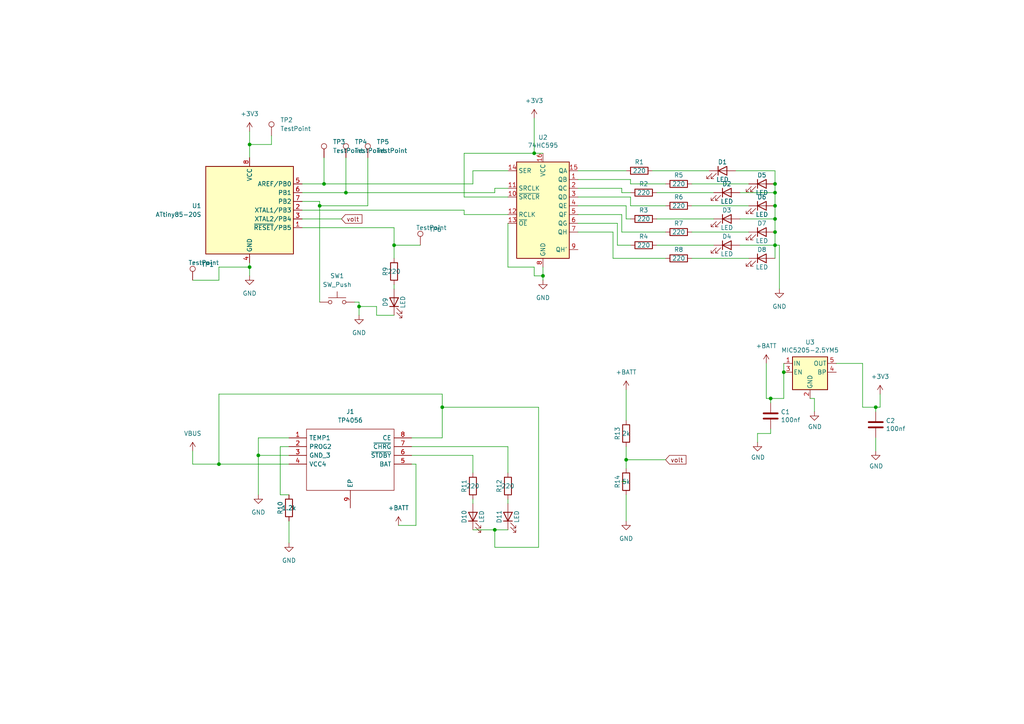
<source format=kicad_sch>
(kicad_sch (version 20211123) (generator eeschema)

  (uuid eaef1172-3351-417c-bfc4-74a598f141cb)

  (paper "A4")

  (lib_symbols
    (symbol "74xx:74HC595" (in_bom yes) (on_board yes)
      (property "Reference" "U" (id 0) (at -7.62 13.97 0)
        (effects (font (size 1.27 1.27)))
      )
      (property "Value" "74HC595" (id 1) (at -7.62 -16.51 0)
        (effects (font (size 1.27 1.27)))
      )
      (property "Footprint" "" (id 2) (at 0 0 0)
        (effects (font (size 1.27 1.27)) hide)
      )
      (property "Datasheet" "http://www.ti.com/lit/ds/symlink/sn74hc595.pdf" (id 3) (at 0 0 0)
        (effects (font (size 1.27 1.27)) hide)
      )
      (property "ki_keywords" "HCMOS SR 3State" (id 4) (at 0 0 0)
        (effects (font (size 1.27 1.27)) hide)
      )
      (property "ki_description" "8-bit serial in/out Shift Register 3-State Outputs" (id 5) (at 0 0 0)
        (effects (font (size 1.27 1.27)) hide)
      )
      (property "ki_fp_filters" "DIP*W7.62mm* SOIC*3.9x9.9mm*P1.27mm* TSSOP*4.4x5mm*P0.65mm* SOIC*5.3x10.2mm*P1.27mm* SOIC*7.5x10.3mm*P1.27mm*" (id 6) (at 0 0 0)
        (effects (font (size 1.27 1.27)) hide)
      )
      (symbol "74HC595_1_0"
        (pin tri_state line (at 10.16 7.62 180) (length 2.54)
          (name "QB" (effects (font (size 1.27 1.27))))
          (number "1" (effects (font (size 1.27 1.27))))
        )
        (pin input line (at -10.16 2.54 0) (length 2.54)
          (name "~{SRCLR}" (effects (font (size 1.27 1.27))))
          (number "10" (effects (font (size 1.27 1.27))))
        )
        (pin input line (at -10.16 5.08 0) (length 2.54)
          (name "SRCLK" (effects (font (size 1.27 1.27))))
          (number "11" (effects (font (size 1.27 1.27))))
        )
        (pin input line (at -10.16 -2.54 0) (length 2.54)
          (name "RCLK" (effects (font (size 1.27 1.27))))
          (number "12" (effects (font (size 1.27 1.27))))
        )
        (pin input line (at -10.16 -5.08 0) (length 2.54)
          (name "~{OE}" (effects (font (size 1.27 1.27))))
          (number "13" (effects (font (size 1.27 1.27))))
        )
        (pin input line (at -10.16 10.16 0) (length 2.54)
          (name "SER" (effects (font (size 1.27 1.27))))
          (number "14" (effects (font (size 1.27 1.27))))
        )
        (pin tri_state line (at 10.16 10.16 180) (length 2.54)
          (name "QA" (effects (font (size 1.27 1.27))))
          (number "15" (effects (font (size 1.27 1.27))))
        )
        (pin power_in line (at 0 15.24 270) (length 2.54)
          (name "VCC" (effects (font (size 1.27 1.27))))
          (number "16" (effects (font (size 1.27 1.27))))
        )
        (pin tri_state line (at 10.16 5.08 180) (length 2.54)
          (name "QC" (effects (font (size 1.27 1.27))))
          (number "2" (effects (font (size 1.27 1.27))))
        )
        (pin tri_state line (at 10.16 2.54 180) (length 2.54)
          (name "QD" (effects (font (size 1.27 1.27))))
          (number "3" (effects (font (size 1.27 1.27))))
        )
        (pin tri_state line (at 10.16 0 180) (length 2.54)
          (name "QE" (effects (font (size 1.27 1.27))))
          (number "4" (effects (font (size 1.27 1.27))))
        )
        (pin tri_state line (at 10.16 -2.54 180) (length 2.54)
          (name "QF" (effects (font (size 1.27 1.27))))
          (number "5" (effects (font (size 1.27 1.27))))
        )
        (pin tri_state line (at 10.16 -5.08 180) (length 2.54)
          (name "QG" (effects (font (size 1.27 1.27))))
          (number "6" (effects (font (size 1.27 1.27))))
        )
        (pin tri_state line (at 10.16 -7.62 180) (length 2.54)
          (name "QH" (effects (font (size 1.27 1.27))))
          (number "7" (effects (font (size 1.27 1.27))))
        )
        (pin power_in line (at 0 -17.78 90) (length 2.54)
          (name "GND" (effects (font (size 1.27 1.27))))
          (number "8" (effects (font (size 1.27 1.27))))
        )
        (pin output line (at 10.16 -12.7 180) (length 2.54)
          (name "QH'" (effects (font (size 1.27 1.27))))
          (number "9" (effects (font (size 1.27 1.27))))
        )
      )
      (symbol "74HC595_1_1"
        (rectangle (start -7.62 12.7) (end 7.62 -15.24)
          (stroke (width 0.254) (type default) (color 0 0 0 0))
          (fill (type background))
        )
      )
    )
    (symbol "Connector:TestPoint" (pin_numbers hide) (pin_names (offset 0.762) hide) (in_bom yes) (on_board yes)
      (property "Reference" "TP" (id 0) (at 0 6.858 0)
        (effects (font (size 1.27 1.27)))
      )
      (property "Value" "TestPoint" (id 1) (at 0 5.08 0)
        (effects (font (size 1.27 1.27)))
      )
      (property "Footprint" "" (id 2) (at 5.08 0 0)
        (effects (font (size 1.27 1.27)) hide)
      )
      (property "Datasheet" "~" (id 3) (at 5.08 0 0)
        (effects (font (size 1.27 1.27)) hide)
      )
      (property "ki_keywords" "test point tp" (id 4) (at 0 0 0)
        (effects (font (size 1.27 1.27)) hide)
      )
      (property "ki_description" "test point" (id 5) (at 0 0 0)
        (effects (font (size 1.27 1.27)) hide)
      )
      (property "ki_fp_filters" "Pin* Test*" (id 6) (at 0 0 0)
        (effects (font (size 1.27 1.27)) hide)
      )
      (symbol "TestPoint_0_1"
        (circle (center 0 3.302) (radius 0.762)
          (stroke (width 0) (type default) (color 0 0 0 0))
          (fill (type none))
        )
      )
      (symbol "TestPoint_1_1"
        (pin passive line (at 0 0 90) (length 2.54)
          (name "1" (effects (font (size 1.27 1.27))))
          (number "1" (effects (font (size 1.27 1.27))))
        )
      )
    )
    (symbol "Device:C" (pin_numbers hide) (pin_names (offset 0.254)) (in_bom yes) (on_board yes)
      (property "Reference" "C" (id 0) (at 0.635 2.54 0)
        (effects (font (size 1.27 1.27)) (justify left))
      )
      (property "Value" "C" (id 1) (at 0.635 -2.54 0)
        (effects (font (size 1.27 1.27)) (justify left))
      )
      (property "Footprint" "" (id 2) (at 0.9652 -3.81 0)
        (effects (font (size 1.27 1.27)) hide)
      )
      (property "Datasheet" "~" (id 3) (at 0 0 0)
        (effects (font (size 1.27 1.27)) hide)
      )
      (property "ki_keywords" "cap capacitor" (id 4) (at 0 0 0)
        (effects (font (size 1.27 1.27)) hide)
      )
      (property "ki_description" "Unpolarized capacitor" (id 5) (at 0 0 0)
        (effects (font (size 1.27 1.27)) hide)
      )
      (property "ki_fp_filters" "C_*" (id 6) (at 0 0 0)
        (effects (font (size 1.27 1.27)) hide)
      )
      (symbol "C_0_1"
        (polyline
          (pts
            (xy -2.032 -0.762)
            (xy 2.032 -0.762)
          )
          (stroke (width 0.508) (type default) (color 0 0 0 0))
          (fill (type none))
        )
        (polyline
          (pts
            (xy -2.032 0.762)
            (xy 2.032 0.762)
          )
          (stroke (width 0.508) (type default) (color 0 0 0 0))
          (fill (type none))
        )
      )
      (symbol "C_1_1"
        (pin passive line (at 0 3.81 270) (length 2.794)
          (name "~" (effects (font (size 1.27 1.27))))
          (number "1" (effects (font (size 1.27 1.27))))
        )
        (pin passive line (at 0 -3.81 90) (length 2.794)
          (name "~" (effects (font (size 1.27 1.27))))
          (number "2" (effects (font (size 1.27 1.27))))
        )
      )
    )
    (symbol "Device:LED" (pin_numbers hide) (pin_names (offset 1.016) hide) (in_bom yes) (on_board yes)
      (property "Reference" "D" (id 0) (at 0 2.54 0)
        (effects (font (size 1.27 1.27)))
      )
      (property "Value" "LED" (id 1) (at 0 -2.54 0)
        (effects (font (size 1.27 1.27)))
      )
      (property "Footprint" "" (id 2) (at 0 0 0)
        (effects (font (size 1.27 1.27)) hide)
      )
      (property "Datasheet" "~" (id 3) (at 0 0 0)
        (effects (font (size 1.27 1.27)) hide)
      )
      (property "ki_keywords" "LED diode" (id 4) (at 0 0 0)
        (effects (font (size 1.27 1.27)) hide)
      )
      (property "ki_description" "Light emitting diode" (id 5) (at 0 0 0)
        (effects (font (size 1.27 1.27)) hide)
      )
      (property "ki_fp_filters" "LED* LED_SMD:* LED_THT:*" (id 6) (at 0 0 0)
        (effects (font (size 1.27 1.27)) hide)
      )
      (symbol "LED_0_1"
        (polyline
          (pts
            (xy -1.27 -1.27)
            (xy -1.27 1.27)
          )
          (stroke (width 0.254) (type default) (color 0 0 0 0))
          (fill (type none))
        )
        (polyline
          (pts
            (xy -1.27 0)
            (xy 1.27 0)
          )
          (stroke (width 0) (type default) (color 0 0 0 0))
          (fill (type none))
        )
        (polyline
          (pts
            (xy 1.27 -1.27)
            (xy 1.27 1.27)
            (xy -1.27 0)
            (xy 1.27 -1.27)
          )
          (stroke (width 0.254) (type default) (color 0 0 0 0))
          (fill (type none))
        )
        (polyline
          (pts
            (xy -3.048 -0.762)
            (xy -4.572 -2.286)
            (xy -3.81 -2.286)
            (xy -4.572 -2.286)
            (xy -4.572 -1.524)
          )
          (stroke (width 0) (type default) (color 0 0 0 0))
          (fill (type none))
        )
        (polyline
          (pts
            (xy -1.778 -0.762)
            (xy -3.302 -2.286)
            (xy -2.54 -2.286)
            (xy -3.302 -2.286)
            (xy -3.302 -1.524)
          )
          (stroke (width 0) (type default) (color 0 0 0 0))
          (fill (type none))
        )
      )
      (symbol "LED_1_1"
        (pin passive line (at -3.81 0 0) (length 2.54)
          (name "K" (effects (font (size 1.27 1.27))))
          (number "1" (effects (font (size 1.27 1.27))))
        )
        (pin passive line (at 3.81 0 180) (length 2.54)
          (name "A" (effects (font (size 1.27 1.27))))
          (number "2" (effects (font (size 1.27 1.27))))
        )
      )
    )
    (symbol "Device:R" (pin_numbers hide) (pin_names (offset 0)) (in_bom yes) (on_board yes)
      (property "Reference" "R" (id 0) (at 2.032 0 90)
        (effects (font (size 1.27 1.27)))
      )
      (property "Value" "R" (id 1) (at 0 0 90)
        (effects (font (size 1.27 1.27)))
      )
      (property "Footprint" "" (id 2) (at -1.778 0 90)
        (effects (font (size 1.27 1.27)) hide)
      )
      (property "Datasheet" "~" (id 3) (at 0 0 0)
        (effects (font (size 1.27 1.27)) hide)
      )
      (property "ki_keywords" "R res resistor" (id 4) (at 0 0 0)
        (effects (font (size 1.27 1.27)) hide)
      )
      (property "ki_description" "Resistor" (id 5) (at 0 0 0)
        (effects (font (size 1.27 1.27)) hide)
      )
      (property "ki_fp_filters" "R_*" (id 6) (at 0 0 0)
        (effects (font (size 1.27 1.27)) hide)
      )
      (symbol "R_0_1"
        (rectangle (start -1.016 -2.54) (end 1.016 2.54)
          (stroke (width 0.254) (type default) (color 0 0 0 0))
          (fill (type none))
        )
      )
      (symbol "R_1_1"
        (pin passive line (at 0 3.81 270) (length 1.27)
          (name "~" (effects (font (size 1.27 1.27))))
          (number "1" (effects (font (size 1.27 1.27))))
        )
        (pin passive line (at 0 -3.81 90) (length 1.27)
          (name "~" (effects (font (size 1.27 1.27))))
          (number "2" (effects (font (size 1.27 1.27))))
        )
      )
    )
    (symbol "MCU_Microchip_ATtiny:ATtiny85-20S" (in_bom yes) (on_board yes)
      (property "Reference" "U" (id 0) (at -12.7 13.97 0)
        (effects (font (size 1.27 1.27)) (justify left bottom))
      )
      (property "Value" "ATtiny85-20S" (id 1) (at 2.54 -13.97 0)
        (effects (font (size 1.27 1.27)) (justify left top))
      )
      (property "Footprint" "Package_SO:SOIC-8W_5.3x5.3mm_P1.27mm" (id 2) (at 0 0 0)
        (effects (font (size 1.27 1.27) italic) hide)
      )
      (property "Datasheet" "http://ww1.microchip.com/downloads/en/DeviceDoc/atmel-2586-avr-8-bit-microcontroller-attiny25-attiny45-attiny85_datasheet.pdf" (id 3) (at 0 0 0)
        (effects (font (size 1.27 1.27)) hide)
      )
      (property "ki_keywords" "AVR 8bit Microcontroller tinyAVR" (id 4) (at 0 0 0)
        (effects (font (size 1.27 1.27)) hide)
      )
      (property "ki_description" "20MHz, 8kB Flash, 512B SRAM, 512B EEPROM, debugWIRE, SOIC-8W" (id 5) (at 0 0 0)
        (effects (font (size 1.27 1.27)) hide)
      )
      (property "ki_fp_filters" "SOIC*5.3x5.3mm*P1.27mm*" (id 6) (at 0 0 0)
        (effects (font (size 1.27 1.27)) hide)
      )
      (symbol "ATtiny85-20S_0_1"
        (rectangle (start -12.7 -12.7) (end 12.7 12.7)
          (stroke (width 0.254) (type default) (color 0 0 0 0))
          (fill (type background))
        )
      )
      (symbol "ATtiny85-20S_1_1"
        (pin bidirectional line (at 15.24 -5.08 180) (length 2.54)
          (name "~{RESET}/PB5" (effects (font (size 1.27 1.27))))
          (number "1" (effects (font (size 1.27 1.27))))
        )
        (pin bidirectional line (at 15.24 0 180) (length 2.54)
          (name "XTAL1/PB3" (effects (font (size 1.27 1.27))))
          (number "2" (effects (font (size 1.27 1.27))))
        )
        (pin bidirectional line (at 15.24 -2.54 180) (length 2.54)
          (name "XTAL2/PB4" (effects (font (size 1.27 1.27))))
          (number "3" (effects (font (size 1.27 1.27))))
        )
        (pin power_in line (at 0 -15.24 90) (length 2.54)
          (name "GND" (effects (font (size 1.27 1.27))))
          (number "4" (effects (font (size 1.27 1.27))))
        )
        (pin bidirectional line (at 15.24 7.62 180) (length 2.54)
          (name "AREF/PB0" (effects (font (size 1.27 1.27))))
          (number "5" (effects (font (size 1.27 1.27))))
        )
        (pin bidirectional line (at 15.24 5.08 180) (length 2.54)
          (name "PB1" (effects (font (size 1.27 1.27))))
          (number "6" (effects (font (size 1.27 1.27))))
        )
        (pin bidirectional line (at 15.24 2.54 180) (length 2.54)
          (name "PB2" (effects (font (size 1.27 1.27))))
          (number "7" (effects (font (size 1.27 1.27))))
        )
        (pin power_in line (at 0 15.24 270) (length 2.54)
          (name "VCC" (effects (font (size 1.27 1.27))))
          (number "8" (effects (font (size 1.27 1.27))))
        )
      )
    )
    (symbol "Regulator_Linear:MIC5205-2.5YM5" (pin_names (offset 0.254)) (in_bom yes) (on_board yes)
      (property "Reference" "U" (id 0) (at -3.81 5.715 0)
        (effects (font (size 1.27 1.27)))
      )
      (property "Value" "MIC5205-2.5YM5" (id 1) (at 0 5.715 0)
        (effects (font (size 1.27 1.27)) (justify left))
      )
      (property "Footprint" "Package_TO_SOT_SMD:SOT-23-5" (id 2) (at 0 8.255 0)
        (effects (font (size 1.27 1.27)) hide)
      )
      (property "Datasheet" "http://ww1.microchip.com/downloads/en/DeviceDoc/20005785A.pdf" (id 3) (at 0 0 0)
        (effects (font (size 1.27 1.27)) hide)
      )
      (property "ki_keywords" "150mA low-noise LDO linear voltage regulator fixed positive" (id 4) (at 0 0 0)
        (effects (font (size 1.27 1.27)) hide)
      )
      (property "ki_description" "150mA low dropout linear regulator, fixed 2.5V output, SOT-23-5" (id 5) (at 0 0 0)
        (effects (font (size 1.27 1.27)) hide)
      )
      (property "ki_fp_filters" "SOT?23*" (id 6) (at 0 0 0)
        (effects (font (size 1.27 1.27)) hide)
      )
      (symbol "MIC5205-2.5YM5_0_1"
        (rectangle (start -5.08 4.445) (end 5.08 -5.08)
          (stroke (width 0.254) (type default) (color 0 0 0 0))
          (fill (type background))
        )
      )
      (symbol "MIC5205-2.5YM5_1_1"
        (pin power_in line (at -7.62 2.54 0) (length 2.54)
          (name "IN" (effects (font (size 1.27 1.27))))
          (number "1" (effects (font (size 1.27 1.27))))
        )
        (pin power_in line (at 0 -7.62 90) (length 2.54)
          (name "GND" (effects (font (size 1.27 1.27))))
          (number "2" (effects (font (size 1.27 1.27))))
        )
        (pin input line (at -7.62 0 0) (length 2.54)
          (name "EN" (effects (font (size 1.27 1.27))))
          (number "3" (effects (font (size 1.27 1.27))))
        )
        (pin input line (at 7.62 0 180) (length 2.54)
          (name "BP" (effects (font (size 1.27 1.27))))
          (number "4" (effects (font (size 1.27 1.27))))
        )
        (pin power_out line (at 7.62 2.54 180) (length 2.54)
          (name "OUT" (effects (font (size 1.27 1.27))))
          (number "5" (effects (font (size 1.27 1.27))))
        )
      )
    )
    (symbol "Switch:SW_Push" (pin_numbers hide) (pin_names (offset 1.016) hide) (in_bom yes) (on_board yes)
      (property "Reference" "SW" (id 0) (at 1.27 2.54 0)
        (effects (font (size 1.27 1.27)) (justify left))
      )
      (property "Value" "SW_Push" (id 1) (at 0 -1.524 0)
        (effects (font (size 1.27 1.27)))
      )
      (property "Footprint" "" (id 2) (at 0 5.08 0)
        (effects (font (size 1.27 1.27)) hide)
      )
      (property "Datasheet" "~" (id 3) (at 0 5.08 0)
        (effects (font (size 1.27 1.27)) hide)
      )
      (property "ki_keywords" "switch normally-open pushbutton push-button" (id 4) (at 0 0 0)
        (effects (font (size 1.27 1.27)) hide)
      )
      (property "ki_description" "Push button switch, generic, two pins" (id 5) (at 0 0 0)
        (effects (font (size 1.27 1.27)) hide)
      )
      (symbol "SW_Push_0_1"
        (circle (center -2.032 0) (radius 0.508)
          (stroke (width 0) (type default) (color 0 0 0 0))
          (fill (type none))
        )
        (polyline
          (pts
            (xy 0 1.27)
            (xy 0 3.048)
          )
          (stroke (width 0) (type default) (color 0 0 0 0))
          (fill (type none))
        )
        (polyline
          (pts
            (xy 2.54 1.27)
            (xy -2.54 1.27)
          )
          (stroke (width 0) (type default) (color 0 0 0 0))
          (fill (type none))
        )
        (circle (center 2.032 0) (radius 0.508)
          (stroke (width 0) (type default) (color 0 0 0 0))
          (fill (type none))
        )
        (pin passive line (at -5.08 0 0) (length 2.54)
          (name "1" (effects (font (size 1.27 1.27))))
          (number "1" (effects (font (size 1.27 1.27))))
        )
        (pin passive line (at 5.08 0 180) (length 2.54)
          (name "2" (effects (font (size 1.27 1.27))))
          (number "2" (effects (font (size 1.27 1.27))))
        )
      )
    )
    (symbol "TP4056:TP4056" (pin_names (offset 0.762)) (in_bom yes) (on_board yes)
      (property "Reference" "J" (id 0) (at 31.75 7.62 0)
        (effects (font (size 1.27 1.27)) (justify left))
      )
      (property "Value" "TP4056" (id 1) (at 31.75 5.08 0)
        (effects (font (size 1.27 1.27)) (justify left))
      )
      (property "Footprint" "SOIC127P600X175-9N" (id 2) (at 31.75 2.54 0)
        (effects (font (size 1.27 1.27)) (justify left) hide)
      )
      (property "Datasheet" "https://dlnmh9ip6v2uc.cloudfront.net/datasheets/Prototyping/TP4056.pdf" (id 3) (at 31.75 0 0)
        (effects (font (size 1.27 1.27)) (justify left) hide)
      )
      (property "Description" "1A Standalone Linear Li-lon Battery Charger, SOP-8" (id 4) (at 31.75 -2.54 0)
        (effects (font (size 1.27 1.27)) (justify left) hide)
      )
      (property "Height" "1.75" (id 5) (at 31.75 -5.08 0)
        (effects (font (size 1.27 1.27)) (justify left) hide)
      )
      (property "Manufacturer_Name" "NanJing Top Power" (id 6) (at 31.75 -7.62 0)
        (effects (font (size 1.27 1.27)) (justify left) hide)
      )
      (property "Manufacturer_Part_Number" "TP4056" (id 7) (at 31.75 -10.16 0)
        (effects (font (size 1.27 1.27)) (justify left) hide)
      )
      (property "Mouser Part Number" "" (id 8) (at 31.75 -12.7 0)
        (effects (font (size 1.27 1.27)) (justify left) hide)
      )
      (property "Mouser Price/Stock" "" (id 9) (at 31.75 -15.24 0)
        (effects (font (size 1.27 1.27)) (justify left) hide)
      )
      (property "Arrow Part Number" "" (id 10) (at 31.75 -17.78 0)
        (effects (font (size 1.27 1.27)) (justify left) hide)
      )
      (property "Arrow Price/Stock" "" (id 11) (at 31.75 -20.32 0)
        (effects (font (size 1.27 1.27)) (justify left) hide)
      )
      (property "ki_description" "1A Standalone Linear Li-lon Battery Charger, SOP-8" (id 12) (at 0 0 0)
        (effects (font (size 1.27 1.27)) hide)
      )
      (symbol "TP4056_0_0"
        (pin passive line (at 0 0 0) (length 5.08)
          (name "TEMP1" (effects (font (size 1.27 1.27))))
          (number "1" (effects (font (size 1.27 1.27))))
        )
        (pin passive line (at 0 -2.54 0) (length 5.08)
          (name "PROG2" (effects (font (size 1.27 1.27))))
          (number "2" (effects (font (size 1.27 1.27))))
        )
        (pin passive line (at 0 -5.08 0) (length 5.08)
          (name "GND_3" (effects (font (size 1.27 1.27))))
          (number "3" (effects (font (size 1.27 1.27))))
        )
        (pin passive line (at 0 -7.62 0) (length 5.08)
          (name "VCC4" (effects (font (size 1.27 1.27))))
          (number "4" (effects (font (size 1.27 1.27))))
        )
        (pin passive line (at 35.56 -7.62 180) (length 5.08)
          (name "BAT" (effects (font (size 1.27 1.27))))
          (number "5" (effects (font (size 1.27 1.27))))
        )
        (pin passive line (at 35.56 -5.08 180) (length 5.08)
          (name "~{STDBY}" (effects (font (size 1.27 1.27))))
          (number "6" (effects (font (size 1.27 1.27))))
        )
        (pin passive line (at 35.56 -2.54 180) (length 5.08)
          (name "~{CHRG}" (effects (font (size 1.27 1.27))))
          (number "7" (effects (font (size 1.27 1.27))))
        )
        (pin passive line (at 35.56 0 180) (length 5.08)
          (name "CE" (effects (font (size 1.27 1.27))))
          (number "8" (effects (font (size 1.27 1.27))))
        )
        (pin passive line (at 17.78 -20.32 90) (length 5.08)
          (name "EP" (effects (font (size 1.27 1.27))))
          (number "9" (effects (font (size 1.27 1.27))))
        )
      )
      (symbol "TP4056_0_1"
        (polyline
          (pts
            (xy 5.08 2.54)
            (xy 30.48 2.54)
            (xy 30.48 -15.24)
            (xy 5.08 -15.24)
            (xy 5.08 2.54)
          )
          (stroke (width 0.1524) (type default) (color 0 0 0 0))
          (fill (type none))
        )
      )
    )
    (symbol "power:+3V3" (power) (pin_names (offset 0)) (in_bom yes) (on_board yes)
      (property "Reference" "#PWR" (id 0) (at 0 -3.81 0)
        (effects (font (size 1.27 1.27)) hide)
      )
      (property "Value" "+3V3" (id 1) (at 0 3.556 0)
        (effects (font (size 1.27 1.27)))
      )
      (property "Footprint" "" (id 2) (at 0 0 0)
        (effects (font (size 1.27 1.27)) hide)
      )
      (property "Datasheet" "" (id 3) (at 0 0 0)
        (effects (font (size 1.27 1.27)) hide)
      )
      (property "ki_keywords" "power-flag" (id 4) (at 0 0 0)
        (effects (font (size 1.27 1.27)) hide)
      )
      (property "ki_description" "Power symbol creates a global label with name \"+3V3\"" (id 5) (at 0 0 0)
        (effects (font (size 1.27 1.27)) hide)
      )
      (symbol "+3V3_0_1"
        (polyline
          (pts
            (xy -0.762 1.27)
            (xy 0 2.54)
          )
          (stroke (width 0) (type default) (color 0 0 0 0))
          (fill (type none))
        )
        (polyline
          (pts
            (xy 0 0)
            (xy 0 2.54)
          )
          (stroke (width 0) (type default) (color 0 0 0 0))
          (fill (type none))
        )
        (polyline
          (pts
            (xy 0 2.54)
            (xy 0.762 1.27)
          )
          (stroke (width 0) (type default) (color 0 0 0 0))
          (fill (type none))
        )
      )
      (symbol "+3V3_1_1"
        (pin power_in line (at 0 0 90) (length 0) hide
          (name "+3V3" (effects (font (size 1.27 1.27))))
          (number "1" (effects (font (size 1.27 1.27))))
        )
      )
    )
    (symbol "power:+BATT" (power) (pin_names (offset 0)) (in_bom yes) (on_board yes)
      (property "Reference" "#PWR" (id 0) (at 0 -3.81 0)
        (effects (font (size 1.27 1.27)) hide)
      )
      (property "Value" "+BATT" (id 1) (at 0 3.556 0)
        (effects (font (size 1.27 1.27)))
      )
      (property "Footprint" "" (id 2) (at 0 0 0)
        (effects (font (size 1.27 1.27)) hide)
      )
      (property "Datasheet" "" (id 3) (at 0 0 0)
        (effects (font (size 1.27 1.27)) hide)
      )
      (property "ki_keywords" "power-flag battery" (id 4) (at 0 0 0)
        (effects (font (size 1.27 1.27)) hide)
      )
      (property "ki_description" "Power symbol creates a global label with name \"+BATT\"" (id 5) (at 0 0 0)
        (effects (font (size 1.27 1.27)) hide)
      )
      (symbol "+BATT_0_1"
        (polyline
          (pts
            (xy -0.762 1.27)
            (xy 0 2.54)
          )
          (stroke (width 0) (type default) (color 0 0 0 0))
          (fill (type none))
        )
        (polyline
          (pts
            (xy 0 0)
            (xy 0 2.54)
          )
          (stroke (width 0) (type default) (color 0 0 0 0))
          (fill (type none))
        )
        (polyline
          (pts
            (xy 0 2.54)
            (xy 0.762 1.27)
          )
          (stroke (width 0) (type default) (color 0 0 0 0))
          (fill (type none))
        )
      )
      (symbol "+BATT_1_1"
        (pin power_in line (at 0 0 90) (length 0) hide
          (name "+BATT" (effects (font (size 1.27 1.27))))
          (number "1" (effects (font (size 1.27 1.27))))
        )
      )
    )
    (symbol "power:GND" (power) (pin_names (offset 0)) (in_bom yes) (on_board yes)
      (property "Reference" "#PWR" (id 0) (at 0 -6.35 0)
        (effects (font (size 1.27 1.27)) hide)
      )
      (property "Value" "GND" (id 1) (at 0 -3.81 0)
        (effects (font (size 1.27 1.27)))
      )
      (property "Footprint" "" (id 2) (at 0 0 0)
        (effects (font (size 1.27 1.27)) hide)
      )
      (property "Datasheet" "" (id 3) (at 0 0 0)
        (effects (font (size 1.27 1.27)) hide)
      )
      (property "ki_keywords" "power-flag" (id 4) (at 0 0 0)
        (effects (font (size 1.27 1.27)) hide)
      )
      (property "ki_description" "Power symbol creates a global label with name \"GND\" , ground" (id 5) (at 0 0 0)
        (effects (font (size 1.27 1.27)) hide)
      )
      (symbol "GND_0_1"
        (polyline
          (pts
            (xy 0 0)
            (xy 0 -1.27)
            (xy 1.27 -1.27)
            (xy 0 -2.54)
            (xy -1.27 -1.27)
            (xy 0 -1.27)
          )
          (stroke (width 0) (type default) (color 0 0 0 0))
          (fill (type none))
        )
      )
      (symbol "GND_1_1"
        (pin power_in line (at 0 0 270) (length 0) hide
          (name "GND" (effects (font (size 1.27 1.27))))
          (number "1" (effects (font (size 1.27 1.27))))
        )
      )
    )
    (symbol "power:VBUS" (power) (pin_names (offset 0)) (in_bom yes) (on_board yes)
      (property "Reference" "#PWR" (id 0) (at 0 -3.81 0)
        (effects (font (size 1.27 1.27)) hide)
      )
      (property "Value" "VBUS" (id 1) (at 0 3.81 0)
        (effects (font (size 1.27 1.27)))
      )
      (property "Footprint" "" (id 2) (at 0 0 0)
        (effects (font (size 1.27 1.27)) hide)
      )
      (property "Datasheet" "" (id 3) (at 0 0 0)
        (effects (font (size 1.27 1.27)) hide)
      )
      (property "ki_keywords" "power-flag" (id 4) (at 0 0 0)
        (effects (font (size 1.27 1.27)) hide)
      )
      (property "ki_description" "Power symbol creates a global label with name \"VBUS\"" (id 5) (at 0 0 0)
        (effects (font (size 1.27 1.27)) hide)
      )
      (symbol "VBUS_0_1"
        (polyline
          (pts
            (xy -0.762 1.27)
            (xy 0 2.54)
          )
          (stroke (width 0) (type default) (color 0 0 0 0))
          (fill (type none))
        )
        (polyline
          (pts
            (xy 0 0)
            (xy 0 2.54)
          )
          (stroke (width 0) (type default) (color 0 0 0 0))
          (fill (type none))
        )
        (polyline
          (pts
            (xy 0 2.54)
            (xy 0.762 1.27)
          )
          (stroke (width 0) (type default) (color 0 0 0 0))
          (fill (type none))
        )
      )
      (symbol "VBUS_1_1"
        (pin power_in line (at 0 0 90) (length 0) hide
          (name "VBUS" (effects (font (size 1.27 1.27))))
          (number "1" (effects (font (size 1.27 1.27))))
        )
      )
    )
  )

  (junction (at 224.79 71.12) (diameter 0) (color 0 0 0 0)
    (uuid 01f85d09-cd83-4e32-b9e5-faed332e72b9)
  )
  (junction (at 224.79 53.34) (diameter 0) (color 0 0 0 0)
    (uuid 1a4e5e24-d0e7-446c-b969-2e42467376f2)
  )
  (junction (at 104.14 88.9) (diameter 0) (color 0 0 0 0)
    (uuid 2f87ac8c-145b-4956-a6f1-b2d1cbd8426e)
  )
  (junction (at 143.51 153.67) (diameter 0) (color 0 0 0 0)
    (uuid 42756e0e-de8b-441a-8ef0-a41692cc2b84)
  )
  (junction (at 224.79 55.88) (diameter 0) (color 0 0 0 0)
    (uuid 481f84af-943d-43f9-9700-58677b383fad)
  )
  (junction (at 224.79 63.5) (diameter 0) (color 0 0 0 0)
    (uuid 4c3d7b54-8bb9-405f-ae9c-1b360463f140)
  )
  (junction (at 254 118.11) (diameter 0) (color 0 0 0 0)
    (uuid 4ce34b03-d7c5-4355-b7db-9e2e816402de)
  )
  (junction (at 72.39 41.91) (diameter 0) (color 0 0 0 0)
    (uuid 56e4e2f0-ea8e-4db4-9111-daadf8e73a19)
  )
  (junction (at 92.71 59.69) (diameter 0) (color 0 0 0 0)
    (uuid 8140dab9-6953-4794-81e2-5999e53703c6)
  )
  (junction (at 157.48 80.01) (diameter 0) (color 0 0 0 0)
    (uuid 93fb4298-f73a-4635-a354-4318d3cd0311)
  )
  (junction (at 224.79 59.69) (diameter 0) (color 0 0 0 0)
    (uuid 9d104ee9-c088-4493-8f3c-4cda97593e0e)
  )
  (junction (at 100.33 55.88) (diameter 0) (color 0 0 0 0)
    (uuid a338ab91-dd42-4af4-bb23-762564448c21)
  )
  (junction (at 72.39 77.47) (diameter 0) (color 0 0 0 0)
    (uuid b5e3795b-0bd9-4072-881d-b7949d65aacd)
  )
  (junction (at 74.93 132.08) (diameter 0) (color 0 0 0 0)
    (uuid bdeb4265-7373-4b1a-b01f-9e6f3b8f1b67)
  )
  (junction (at 114.3 71.12) (diameter 0) (color 0 0 0 0)
    (uuid bf0220f5-912f-4276-ac63-64ec2a0c4255)
  )
  (junction (at 93.98 53.34) (diameter 0) (color 0 0 0 0)
    (uuid c68df65c-0180-430e-918f-0437a91e0d43)
  )
  (junction (at 227.33 107.95) (diameter 0) (color 0 0 0 0)
    (uuid d1224763-8854-4664-a27f-e77624335d9b)
  )
  (junction (at 63.5 134.62) (diameter 0) (color 0 0 0 0)
    (uuid d24a9670-371c-4904-ade1-0a45f80e22d8)
  )
  (junction (at 224.79 67.31) (diameter 0) (color 0 0 0 0)
    (uuid dce41efe-78e6-456f-a816-a4ebea13917d)
  )
  (junction (at 128.27 118.11) (diameter 0) (color 0 0 0 0)
    (uuid e149d40a-0070-4e71-a9f2-7283551e6402)
  )
  (junction (at 181.61 133.35) (diameter 0) (color 0 0 0 0)
    (uuid e60e8602-f890-4a04-9b8d-2d01dcb58d52)
  )
  (junction (at 154.94 44.45) (diameter 0) (color 0 0 0 0)
    (uuid fb2c1255-2bf1-46dc-938d-e2d41f3fdabe)
  )
  (junction (at 223.52 115.57) (diameter 0) (color 0 0 0 0)
    (uuid fb7de119-ee24-4ec6-b07e-6a6e08f708a8)
  )

  (wire (pts (xy 63.5 134.62) (xy 83.82 134.62))
    (stroke (width 0) (type default) (color 0 0 0 0))
    (uuid 00d012e7-3b50-419a-af71-06e453df5e3e)
  )
  (wire (pts (xy 63.5 114.3) (xy 63.5 134.62))
    (stroke (width 0) (type default) (color 0 0 0 0))
    (uuid 01f863bf-a7e5-4d1d-a343-8ad7297a2b2a)
  )
  (wire (pts (xy 128.27 127) (xy 128.27 118.11))
    (stroke (width 0) (type default) (color 0 0 0 0))
    (uuid 0a814315-b967-4fbb-88c6-8548250cde7f)
  )
  (wire (pts (xy 224.79 71.12) (xy 224.79 74.93))
    (stroke (width 0) (type default) (color 0 0 0 0))
    (uuid 0af7aca6-a5a1-43e3-b407-ddecef4b33fc)
  )
  (wire (pts (xy 180.34 54.61) (xy 180.34 55.88))
    (stroke (width 0) (type default) (color 0 0 0 0))
    (uuid 0c8ec7db-e9a8-494c-a169-ec1cf216fde0)
  )
  (wire (pts (xy 55.88 134.62) (xy 63.5 134.62))
    (stroke (width 0) (type default) (color 0 0 0 0))
    (uuid 19077bcf-c3c6-4c49-aed5-12e6330c41aa)
  )
  (wire (pts (xy 227.33 105.41) (xy 227.33 107.95))
    (stroke (width 0) (type default) (color 0 0 0 0))
    (uuid 1a3166e8-2a6c-4453-95e6-bb07c786480a)
  )
  (wire (pts (xy 87.63 58.42) (xy 92.71 58.42))
    (stroke (width 0) (type default) (color 0 0 0 0))
    (uuid 1b45cf5e-8e9e-42b3-9584-8c004f1c4136)
  )
  (wire (pts (xy 55.88 130.81) (xy 55.88 134.62))
    (stroke (width 0) (type default) (color 0 0 0 0))
    (uuid 1e56edf6-39c8-4817-956f-c65f2139d583)
  )
  (wire (pts (xy 106.68 59.69) (xy 92.71 59.69))
    (stroke (width 0) (type default) (color 0 0 0 0))
    (uuid 1e690a98-6352-4de4-b8d7-93d6f9d0dc7f)
  )
  (wire (pts (xy 120.65 152.4) (xy 115.57 152.4))
    (stroke (width 0) (type default) (color 0 0 0 0))
    (uuid 20187333-8e75-4c93-8c5e-d15861e0d106)
  )
  (wire (pts (xy 254 118.11) (xy 250.19 118.11))
    (stroke (width 0) (type default) (color 0 0 0 0))
    (uuid 2297abdf-d430-4e10-a636-a20dfd9ba26c)
  )
  (wire (pts (xy 147.32 129.54) (xy 147.32 137.16))
    (stroke (width 0) (type default) (color 0 0 0 0))
    (uuid 257ce423-f52e-488b-a58f-7788bfc305e3)
  )
  (wire (pts (xy 114.3 71.12) (xy 114.3 74.93))
    (stroke (width 0) (type default) (color 0 0 0 0))
    (uuid 265ad578-5e0b-4a89-a0b5-cb488e21e9a7)
  )
  (wire (pts (xy 157.48 77.47) (xy 157.48 80.01))
    (stroke (width 0) (type default) (color 0 0 0 0))
    (uuid 292a4180-a754-40e3-945d-343d6ad238d6)
  )
  (wire (pts (xy 114.3 66.04) (xy 114.3 71.12))
    (stroke (width 0) (type default) (color 0 0 0 0))
    (uuid 2ef7ad13-9f17-44ce-ada8-981355354319)
  )
  (wire (pts (xy 226.06 71.12) (xy 224.79 71.12))
    (stroke (width 0) (type default) (color 0 0 0 0))
    (uuid 2f783eb8-5520-4549-ba8b-b000d9802fb9)
  )
  (wire (pts (xy 100.33 55.88) (xy 143.51 55.88))
    (stroke (width 0) (type default) (color 0 0 0 0))
    (uuid 3119bf73-2421-46cb-add4-13cedb060263)
  )
  (wire (pts (xy 182.88 53.34) (xy 182.88 52.07))
    (stroke (width 0) (type default) (color 0 0 0 0))
    (uuid 32d2e997-2c15-4e81-86b0-226a83378c54)
  )
  (wire (pts (xy 63.5 81.28) (xy 55.88 81.28))
    (stroke (width 0) (type default) (color 0 0 0 0))
    (uuid 330e611e-8979-4e56-9095-c7fec6f3e6ca)
  )
  (wire (pts (xy 114.3 82.55) (xy 114.3 83.82))
    (stroke (width 0) (type default) (color 0 0 0 0))
    (uuid 36731b4d-8bc4-49ed-948a-ee7ac929fe85)
  )
  (wire (pts (xy 224.79 67.31) (xy 224.79 71.12))
    (stroke (width 0) (type default) (color 0 0 0 0))
    (uuid 37a93b3d-4a68-4f00-b898-d756a6886008)
  )
  (wire (pts (xy 137.16 153.67) (xy 143.51 153.67))
    (stroke (width 0) (type default) (color 0 0 0 0))
    (uuid 381492d8-b6bf-4b6f-bab2-472f191da6bc)
  )
  (wire (pts (xy 179.07 64.77) (xy 167.64 64.77))
    (stroke (width 0) (type default) (color 0 0 0 0))
    (uuid 3adf159c-5065-41fb-b2af-1217b3e39142)
  )
  (wire (pts (xy 182.88 59.69) (xy 182.88 57.15))
    (stroke (width 0) (type default) (color 0 0 0 0))
    (uuid 3f623e13-ff7b-45cf-9146-4661c4921ca0)
  )
  (wire (pts (xy 137.16 132.08) (xy 119.38 132.08))
    (stroke (width 0) (type default) (color 0 0 0 0))
    (uuid 3fdf0484-f459-41a3-a05e-c884763dc620)
  )
  (wire (pts (xy 147.32 64.77) (xy 147.32 77.47))
    (stroke (width 0) (type default) (color 0 0 0 0))
    (uuid 401fc27b-55c2-4d17-b7a9-17271cdee251)
  )
  (wire (pts (xy 104.14 87.63) (xy 104.14 88.9))
    (stroke (width 0) (type default) (color 0 0 0 0))
    (uuid 47dfa988-a6f2-4fb2-bcc4-087e7d870d6b)
  )
  (wire (pts (xy 181.61 113.03) (xy 181.61 121.92))
    (stroke (width 0) (type default) (color 0 0 0 0))
    (uuid 481be65d-a75d-48e4-aca4-04de8b97582a)
  )
  (wire (pts (xy 154.94 44.45) (xy 134.62 44.45))
    (stroke (width 0) (type default) (color 0 0 0 0))
    (uuid 48b37a66-6886-4789-9df0-5fa7a9e49067)
  )
  (wire (pts (xy 181.61 133.35) (xy 193.04 133.35))
    (stroke (width 0) (type default) (color 0 0 0 0))
    (uuid 4d2f309f-a4da-4505-8f41-1d50e542f5a1)
  )
  (wire (pts (xy 72.39 41.91) (xy 72.39 45.72))
    (stroke (width 0) (type default) (color 0 0 0 0))
    (uuid 4e5ab3ae-a925-4347-9fb8-8871b8cf39fc)
  )
  (wire (pts (xy 190.5 63.5) (xy 207.01 63.5))
    (stroke (width 0) (type default) (color 0 0 0 0))
    (uuid 50353e30-9657-405e-b1dd-95ee765db471)
  )
  (wire (pts (xy 190.5 71.12) (xy 207.01 71.12))
    (stroke (width 0) (type default) (color 0 0 0 0))
    (uuid 52bab0fa-f1c2-46d0-8076-1bda50ac89a7)
  )
  (wire (pts (xy 83.82 151.13) (xy 83.82 157.48))
    (stroke (width 0) (type default) (color 0 0 0 0))
    (uuid 52f21dbd-8e0f-44ca-b216-506dc687b595)
  )
  (wire (pts (xy 200.66 59.69) (xy 217.17 59.69))
    (stroke (width 0) (type default) (color 0 0 0 0))
    (uuid 52f7eca8-bac7-403d-a1b5-258a8f6b8958)
  )
  (wire (pts (xy 200.66 67.31) (xy 217.17 67.31))
    (stroke (width 0) (type default) (color 0 0 0 0))
    (uuid 54edf4e1-1563-4120-b76b-4e82c321828e)
  )
  (wire (pts (xy 137.16 49.53) (xy 147.32 49.53))
    (stroke (width 0) (type default) (color 0 0 0 0))
    (uuid 554c1bc3-0ea3-4ae2-8dc8-2839facdc6c8)
  )
  (wire (pts (xy 102.87 87.63) (xy 104.14 87.63))
    (stroke (width 0) (type default) (color 0 0 0 0))
    (uuid 575d1dd5-ee24-470e-ba54-45e585bf509d)
  )
  (wire (pts (xy 137.16 137.16) (xy 137.16 132.08))
    (stroke (width 0) (type default) (color 0 0 0 0))
    (uuid 5824266a-a369-422a-9600-a3eb92279604)
  )
  (wire (pts (xy 180.34 62.23) (xy 167.64 62.23))
    (stroke (width 0) (type default) (color 0 0 0 0))
    (uuid 584be67f-39e1-4647-b3eb-b039c4cbfae3)
  )
  (wire (pts (xy 189.23 49.53) (xy 205.74 49.53))
    (stroke (width 0) (type default) (color 0 0 0 0))
    (uuid 59e8d5b7-d299-4920-badc-ed5cc42c6c63)
  )
  (wire (pts (xy 181.61 133.35) (xy 181.61 135.89))
    (stroke (width 0) (type default) (color 0 0 0 0))
    (uuid 5a556d57-76bb-45df-87f8-00085985aa36)
  )
  (wire (pts (xy 128.27 118.11) (xy 128.27 114.3))
    (stroke (width 0) (type default) (color 0 0 0 0))
    (uuid 5aaf31cd-299d-4ffc-a002-a52281745d47)
  )
  (wire (pts (xy 72.39 76.2) (xy 72.39 77.47))
    (stroke (width 0) (type default) (color 0 0 0 0))
    (uuid 5c1a71e8-d7e2-4656-8326-d4091584a8f4)
  )
  (wire (pts (xy 181.61 63.5) (xy 182.88 63.5))
    (stroke (width 0) (type default) (color 0 0 0 0))
    (uuid 5c378429-9b24-44a9-8c23-a863241e2750)
  )
  (wire (pts (xy 224.79 55.88) (xy 224.79 59.69))
    (stroke (width 0) (type default) (color 0 0 0 0))
    (uuid 6000b99e-6a48-46b1-a213-0de28e7d3d02)
  )
  (wire (pts (xy 182.88 52.07) (xy 167.64 52.07))
    (stroke (width 0) (type default) (color 0 0 0 0))
    (uuid 6117d2d3-1018-4358-982d-e095c5a4c668)
  )
  (wire (pts (xy 214.63 55.88) (xy 224.79 55.88))
    (stroke (width 0) (type default) (color 0 0 0 0))
    (uuid 619192b8-7a48-4eca-a2b9-1d42bb1a53c2)
  )
  (wire (pts (xy 222.25 105.41) (xy 222.25 115.57))
    (stroke (width 0) (type default) (color 0 0 0 0))
    (uuid 619e67e6-9aa9-4a22-9ca5-3f394cd68ced)
  )
  (wire (pts (xy 255.27 118.11) (xy 254 118.11))
    (stroke (width 0) (type default) (color 0 0 0 0))
    (uuid 620a8265-9b6d-42e8-9756-25f5d0b4a659)
  )
  (wire (pts (xy 154.94 80.01) (xy 157.48 80.01))
    (stroke (width 0) (type default) (color 0 0 0 0))
    (uuid 62859ce5-abc0-4f05-bd8a-537e0f8d6bbc)
  )
  (wire (pts (xy 81.28 143.51) (xy 83.82 143.51))
    (stroke (width 0) (type default) (color 0 0 0 0))
    (uuid 69eae572-8226-4111-affb-5f1ca34d05a0)
  )
  (wire (pts (xy 114.3 71.12) (xy 121.92 71.12))
    (stroke (width 0) (type default) (color 0 0 0 0))
    (uuid 6a26a9a5-860a-4ed4-8f6a-8fe3d161649c)
  )
  (wire (pts (xy 254 119.38) (xy 254 118.11))
    (stroke (width 0) (type default) (color 0 0 0 0))
    (uuid 6b4deef6-d6ac-4455-95f7-8d5d6310ccbb)
  )
  (wire (pts (xy 182.88 71.12) (xy 179.07 71.12))
    (stroke (width 0) (type default) (color 0 0 0 0))
    (uuid 6dde2052-2fab-4f7c-9983-5a29e1620e7b)
  )
  (wire (pts (xy 93.98 45.72) (xy 93.98 53.34))
    (stroke (width 0) (type default) (color 0 0 0 0))
    (uuid 6ed2d5db-39e9-4dab-90e6-c0dd4bb791bc)
  )
  (wire (pts (xy 255.27 114.3) (xy 255.27 118.11))
    (stroke (width 0) (type default) (color 0 0 0 0))
    (uuid 7078b8c6-8d6f-46bf-8c25-273c6cd03f07)
  )
  (wire (pts (xy 156.21 118.11) (xy 128.27 118.11))
    (stroke (width 0) (type default) (color 0 0 0 0))
    (uuid 717a21a1-468c-4af5-8f1e-d91649ca6eb0)
  )
  (wire (pts (xy 119.38 127) (xy 128.27 127))
    (stroke (width 0) (type default) (color 0 0 0 0))
    (uuid 74d61173-1052-4896-8a13-fae236fa9c0c)
  )
  (wire (pts (xy 242.57 105.41) (xy 250.19 105.41))
    (stroke (width 0) (type default) (color 0 0 0 0))
    (uuid 7588f49f-e64e-4598-b8b8-ec182ce0cbd1)
  )
  (wire (pts (xy 223.52 125.73) (xy 223.52 124.46))
    (stroke (width 0) (type default) (color 0 0 0 0))
    (uuid 75ef170f-07c5-48b9-b921-a86342b61c05)
  )
  (wire (pts (xy 193.04 67.31) (xy 180.34 67.31))
    (stroke (width 0) (type default) (color 0 0 0 0))
    (uuid 76022fdf-ddeb-4b48-bd90-333bf7b10517)
  )
  (wire (pts (xy 114.3 91.44) (xy 109.22 91.44))
    (stroke (width 0) (type default) (color 0 0 0 0))
    (uuid 7709fb11-51d6-4fda-a27d-7471925dbfc4)
  )
  (wire (pts (xy 134.62 60.96) (xy 134.62 62.23))
    (stroke (width 0) (type default) (color 0 0 0 0))
    (uuid 77c6fbcb-b984-4308-bc98-35e70427af0d)
  )
  (wire (pts (xy 190.5 55.88) (xy 207.01 55.88))
    (stroke (width 0) (type default) (color 0 0 0 0))
    (uuid 77f3a75a-0de4-49c4-ae79-8d05480bee45)
  )
  (wire (pts (xy 143.51 158.75) (xy 156.21 158.75))
    (stroke (width 0) (type default) (color 0 0 0 0))
    (uuid 78078fee-8619-4278-b4ed-69c2e0fb8f3f)
  )
  (wire (pts (xy 134.62 44.45) (xy 134.62 57.15))
    (stroke (width 0) (type default) (color 0 0 0 0))
    (uuid 7ae49b16-44f9-4776-8d3f-8007c723a418)
  )
  (wire (pts (xy 200.66 53.34) (xy 217.17 53.34))
    (stroke (width 0) (type default) (color 0 0 0 0))
    (uuid 7d4e2a66-0497-4038-858e-5172a9d91419)
  )
  (wire (pts (xy 180.34 139.7) (xy 181.61 139.7))
    (stroke (width 0) (type default) (color 0 0 0 0))
    (uuid 80966fbe-b784-457b-b04c-2e4b7c120dd6)
  )
  (wire (pts (xy 181.61 143.51) (xy 181.61 151.13))
    (stroke (width 0) (type default) (color 0 0 0 0))
    (uuid 84644e1d-a229-450a-b16a-f1ecab79829f)
  )
  (wire (pts (xy 167.64 67.31) (xy 177.8 67.31))
    (stroke (width 0) (type default) (color 0 0 0 0))
    (uuid 89b08bef-3827-45ee-9895-456176377803)
  )
  (wire (pts (xy 87.63 63.5) (xy 99.06 63.5))
    (stroke (width 0) (type default) (color 0 0 0 0))
    (uuid 8c78bb2d-5d2c-4f3f-bf22-07233e147419)
  )
  (wire (pts (xy 78.74 41.91) (xy 72.39 41.91))
    (stroke (width 0) (type default) (color 0 0 0 0))
    (uuid 8c96685d-6cc9-42f9-9c0d-cb77146bea7d)
  )
  (wire (pts (xy 87.63 55.88) (xy 100.33 55.88))
    (stroke (width 0) (type default) (color 0 0 0 0))
    (uuid 8d6c7d3d-a0e4-43b0-91c6-6d319e6c4807)
  )
  (wire (pts (xy 236.22 115.57) (xy 234.95 115.57))
    (stroke (width 0) (type default) (color 0 0 0 0))
    (uuid 8ef2673f-e6ca-4613-bea6-43a8b7b3da60)
  )
  (wire (pts (xy 87.63 53.34) (xy 93.98 53.34))
    (stroke (width 0) (type default) (color 0 0 0 0))
    (uuid 90ac8f13-4ccf-4a42-a78c-3bbe3fdf2b9c)
  )
  (wire (pts (xy 214.63 63.5) (xy 224.79 63.5))
    (stroke (width 0) (type default) (color 0 0 0 0))
    (uuid 91014827-ea7d-4540-9b03-db7d5da46b0b)
  )
  (wire (pts (xy 181.61 129.54) (xy 181.61 133.35))
    (stroke (width 0) (type default) (color 0 0 0 0))
    (uuid 9194e293-937e-41d8-adf3-770357c71d17)
  )
  (wire (pts (xy 119.38 134.62) (xy 120.65 134.62))
    (stroke (width 0) (type default) (color 0 0 0 0))
    (uuid 91adebe2-41ac-40fe-b599-bcf06239ffa4)
  )
  (wire (pts (xy 222.25 115.57) (xy 223.52 115.57))
    (stroke (width 0) (type default) (color 0 0 0 0))
    (uuid 927eeab7-a3e7-4c97-8d36-de4e235f7599)
  )
  (wire (pts (xy 92.71 59.69) (xy 92.71 87.63))
    (stroke (width 0) (type default) (color 0 0 0 0))
    (uuid 9383d035-3040-47fc-b5d3-21c7e642ac15)
  )
  (wire (pts (xy 83.82 127) (xy 74.93 127))
    (stroke (width 0) (type default) (color 0 0 0 0))
    (uuid 94ac3160-7413-406f-a6fb-82a0d3edd902)
  )
  (wire (pts (xy 119.38 129.54) (xy 147.32 129.54))
    (stroke (width 0) (type default) (color 0 0 0 0))
    (uuid 94e3c676-4807-4a83-b540-62eae0252a4a)
  )
  (wire (pts (xy 134.62 62.23) (xy 147.32 62.23))
    (stroke (width 0) (type default) (color 0 0 0 0))
    (uuid 95b97098-1946-44f3-9a38-3580f334be50)
  )
  (wire (pts (xy 72.39 38.1) (xy 72.39 41.91))
    (stroke (width 0) (type default) (color 0 0 0 0))
    (uuid 973b50a0-4dfb-4fc1-af21-4f3331c869d0)
  )
  (wire (pts (xy 226.06 83.82) (xy 226.06 71.12))
    (stroke (width 0) (type default) (color 0 0 0 0))
    (uuid 97a94651-f603-477d-930d-f0c6b03e8613)
  )
  (wire (pts (xy 167.64 59.69) (xy 181.61 59.69))
    (stroke (width 0) (type default) (color 0 0 0 0))
    (uuid 982fcccc-50f7-4494-8628-de1e235f661d)
  )
  (wire (pts (xy 236.22 119.38) (xy 236.22 115.57))
    (stroke (width 0) (type default) (color 0 0 0 0))
    (uuid 98829bc2-26cc-48fd-b635-b86263c31582)
  )
  (wire (pts (xy 157.48 80.01) (xy 157.48 81.28))
    (stroke (width 0) (type default) (color 0 0 0 0))
    (uuid 9b3ec8a5-b0fb-4deb-8bc4-07d4e8203621)
  )
  (wire (pts (xy 100.33 45.72) (xy 100.33 55.88))
    (stroke (width 0) (type default) (color 0 0 0 0))
    (uuid a0e6e070-bbeb-40c0-b094-80b373678ccb)
  )
  (wire (pts (xy 143.51 55.88) (xy 143.51 54.61))
    (stroke (width 0) (type default) (color 0 0 0 0))
    (uuid a2d8a2ff-02ae-424b-8dfd-fef53e04c9c8)
  )
  (wire (pts (xy 180.34 67.31) (xy 180.34 62.23))
    (stroke (width 0) (type default) (color 0 0 0 0))
    (uuid a43cba1e-0f07-4e82-b827-ef38e33487bd)
  )
  (wire (pts (xy 182.88 59.69) (xy 193.04 59.69))
    (stroke (width 0) (type default) (color 0 0 0 0))
    (uuid a4b6769b-2ea8-4eae-a790-10e6230b809f)
  )
  (wire (pts (xy 120.65 134.62) (xy 120.65 152.4))
    (stroke (width 0) (type default) (color 0 0 0 0))
    (uuid a560ef0f-47c0-4534-9f37-fb4f2e5a4f59)
  )
  (wire (pts (xy 224.79 63.5) (xy 224.79 67.31))
    (stroke (width 0) (type default) (color 0 0 0 0))
    (uuid a7d63fa8-0e9f-423b-b217-34c34115f6aa)
  )
  (wire (pts (xy 156.21 158.75) (xy 156.21 118.11))
    (stroke (width 0) (type default) (color 0 0 0 0))
    (uuid ab5e9832-1e1d-42bf-8048-880b60716a6f)
  )
  (wire (pts (xy 219.71 125.73) (xy 223.52 125.73))
    (stroke (width 0) (type default) (color 0 0 0 0))
    (uuid afd652f9-6c0c-4a46-ac94-1ac2a2e3851a)
  )
  (wire (pts (xy 128.27 114.3) (xy 63.5 114.3))
    (stroke (width 0) (type default) (color 0 0 0 0))
    (uuid b0dc2211-6699-4d26-ad57-ce35d940a460)
  )
  (wire (pts (xy 72.39 77.47) (xy 63.5 77.47))
    (stroke (width 0) (type default) (color 0 0 0 0))
    (uuid b408cb0f-b5a0-4de9-8595-4e880d2e31d1)
  )
  (wire (pts (xy 224.79 59.69) (xy 224.79 63.5))
    (stroke (width 0) (type default) (color 0 0 0 0))
    (uuid b4233cbd-29b7-455d-8eaa-27e5840e397d)
  )
  (wire (pts (xy 81.28 129.54) (xy 81.28 143.51))
    (stroke (width 0) (type default) (color 0 0 0 0))
    (uuid b51c3e15-9496-413b-9026-fcbc8434ae16)
  )
  (wire (pts (xy 143.51 153.67) (xy 143.51 158.75))
    (stroke (width 0) (type default) (color 0 0 0 0))
    (uuid b6ec3788-c4db-4367-b3b9-9a9c5709c4c8)
  )
  (wire (pts (xy 83.82 132.08) (xy 74.93 132.08))
    (stroke (width 0) (type default) (color 0 0 0 0))
    (uuid b842d565-4f7f-4475-bab3-844734dd14e5)
  )
  (wire (pts (xy 182.88 57.15) (xy 167.64 57.15))
    (stroke (width 0) (type default) (color 0 0 0 0))
    (uuid b9f07c9a-5c56-4440-a5d7-bcccbd244361)
  )
  (wire (pts (xy 78.74 39.37) (xy 78.74 41.91))
    (stroke (width 0) (type default) (color 0 0 0 0))
    (uuid ba164e21-17bf-4f00-a02c-4ae5c67ee733)
  )
  (wire (pts (xy 227.33 107.95) (xy 227.33 115.57))
    (stroke (width 0) (type default) (color 0 0 0 0))
    (uuid bc35732a-e338-47ca-9a8f-7464848d9045)
  )
  (wire (pts (xy 147.32 144.78) (xy 147.32 146.05))
    (stroke (width 0) (type default) (color 0 0 0 0))
    (uuid bc698b29-df2c-46cc-a7a7-bb9e619704f5)
  )
  (wire (pts (xy 157.48 44.45) (xy 154.94 44.45))
    (stroke (width 0) (type default) (color 0 0 0 0))
    (uuid be3e3fcf-2c47-49db-9c4f-40e9695e0736)
  )
  (wire (pts (xy 134.62 57.15) (xy 147.32 57.15))
    (stroke (width 0) (type default) (color 0 0 0 0))
    (uuid c0b28bd6-97e5-47c7-a2f9-7afa1344e81b)
  )
  (wire (pts (xy 154.94 77.47) (xy 154.94 80.01))
    (stroke (width 0) (type default) (color 0 0 0 0))
    (uuid c44225a1-1a22-4ef6-b901-e470d5584f73)
  )
  (wire (pts (xy 147.32 77.47) (xy 154.94 77.47))
    (stroke (width 0) (type default) (color 0 0 0 0))
    (uuid c4d70ee4-e581-49d7-a356-429f4c894ae1)
  )
  (wire (pts (xy 143.51 153.67) (xy 147.32 153.67))
    (stroke (width 0) (type default) (color 0 0 0 0))
    (uuid c8a15267-f875-45ed-959b-d27dc09cf48a)
  )
  (wire (pts (xy 224.79 53.34) (xy 224.79 55.88))
    (stroke (width 0) (type default) (color 0 0 0 0))
    (uuid cac9015d-94e0-4819-bc6a-cec166e7edcd)
  )
  (wire (pts (xy 213.36 49.53) (xy 224.79 49.53))
    (stroke (width 0) (type default) (color 0 0 0 0))
    (uuid cca3edaf-b624-477b-bcfa-0eb8e160ccea)
  )
  (wire (pts (xy 137.16 144.78) (xy 137.16 146.05))
    (stroke (width 0) (type default) (color 0 0 0 0))
    (uuid cd36afe5-d263-4e61-97b9-2c2ccd202116)
  )
  (wire (pts (xy 137.16 53.34) (xy 137.16 49.53))
    (stroke (width 0) (type default) (color 0 0 0 0))
    (uuid cf1c0b30-e009-423a-8a61-24e0288be5ef)
  )
  (wire (pts (xy 93.98 53.34) (xy 137.16 53.34))
    (stroke (width 0) (type default) (color 0 0 0 0))
    (uuid cf1d477b-c76b-44cb-a20d-d4ce3331fe5f)
  )
  (wire (pts (xy 106.68 45.72) (xy 106.68 59.69))
    (stroke (width 0) (type default) (color 0 0 0 0))
    (uuid cff1b33b-ae16-4473-8de9-ca3320663378)
  )
  (wire (pts (xy 92.71 58.42) (xy 92.71 59.69))
    (stroke (width 0) (type default) (color 0 0 0 0))
    (uuid d0e02675-d3e1-4170-b833-5effca6086fa)
  )
  (wire (pts (xy 104.14 88.9) (xy 104.14 91.44))
    (stroke (width 0) (type default) (color 0 0 0 0))
    (uuid d0f9fc88-e77e-4f80-bfd3-6861f27fa879)
  )
  (wire (pts (xy 200.66 74.93) (xy 217.17 74.93))
    (stroke (width 0) (type default) (color 0 0 0 0))
    (uuid d18a10c7-26e7-4294-982c-e354a23bf3a7)
  )
  (wire (pts (xy 74.93 127) (xy 74.93 132.08))
    (stroke (width 0) (type default) (color 0 0 0 0))
    (uuid d1a4db61-edd7-4e3e-8768-08247e8fd293)
  )
  (wire (pts (xy 223.52 116.84) (xy 223.52 115.57))
    (stroke (width 0) (type default) (color 0 0 0 0))
    (uuid d2219789-9927-41f8-81f2-280dbb46210d)
  )
  (wire (pts (xy 177.8 67.31) (xy 177.8 74.93))
    (stroke (width 0) (type default) (color 0 0 0 0))
    (uuid d2704360-3633-46d3-b0c4-90670c37e437)
  )
  (wire (pts (xy 177.8 74.93) (xy 193.04 74.93))
    (stroke (width 0) (type default) (color 0 0 0 0))
    (uuid d72de8a6-ec6e-4870-bbd1-7e63158c39b6)
  )
  (wire (pts (xy 109.22 91.44) (xy 109.22 88.9))
    (stroke (width 0) (type default) (color 0 0 0 0))
    (uuid d9b10a1d-7606-4a4a-a48e-446f65fec3e9)
  )
  (wire (pts (xy 109.22 88.9) (xy 104.14 88.9))
    (stroke (width 0) (type default) (color 0 0 0 0))
    (uuid daa9f0e5-0e4f-4b79-a7a1-bbe6ce8fcada)
  )
  (wire (pts (xy 250.19 105.41) (xy 250.19 118.11))
    (stroke (width 0) (type default) (color 0 0 0 0))
    (uuid dc4b5d0b-0369-4705-9882-f402fa72e805)
  )
  (wire (pts (xy 180.34 55.88) (xy 182.88 55.88))
    (stroke (width 0) (type default) (color 0 0 0 0))
    (uuid dd58478c-d991-4903-9a23-373343ce3745)
  )
  (wire (pts (xy 63.5 77.47) (xy 63.5 81.28))
    (stroke (width 0) (type default) (color 0 0 0 0))
    (uuid de3ea2cb-747b-4625-bffb-7ca9a4259ee3)
  )
  (wire (pts (xy 87.63 66.04) (xy 114.3 66.04))
    (stroke (width 0) (type default) (color 0 0 0 0))
    (uuid e1e9150d-7df2-443d-9dfe-5dece867a39a)
  )
  (wire (pts (xy 143.51 54.61) (xy 147.32 54.61))
    (stroke (width 0) (type default) (color 0 0 0 0))
    (uuid e420cc90-e1e1-4b45-88d6-2db8367f9cca)
  )
  (wire (pts (xy 83.82 129.54) (xy 81.28 129.54))
    (stroke (width 0) (type default) (color 0 0 0 0))
    (uuid e881801f-d1bc-45fd-a8ff-fd158856f86f)
  )
  (wire (pts (xy 154.94 34.29) (xy 154.94 44.45))
    (stroke (width 0) (type default) (color 0 0 0 0))
    (uuid e8f9ae0f-4f94-43b1-9ba0-319c0dfd7ecd)
  )
  (wire (pts (xy 254 130.81) (xy 254 127))
    (stroke (width 0) (type default) (color 0 0 0 0))
    (uuid e97a5c7e-f229-4e54-a01d-1ee379df0a0a)
  )
  (wire (pts (xy 181.61 59.69) (xy 181.61 63.5))
    (stroke (width 0) (type default) (color 0 0 0 0))
    (uuid ea4edf67-3246-492e-93d6-486449360db2)
  )
  (wire (pts (xy 179.07 71.12) (xy 179.07 64.77))
    (stroke (width 0) (type default) (color 0 0 0 0))
    (uuid ea7c72dc-707a-4752-8ff7-d48729324de0)
  )
  (wire (pts (xy 87.63 60.96) (xy 134.62 60.96))
    (stroke (width 0) (type default) (color 0 0 0 0))
    (uuid ee6adaef-c173-4cc2-ab9c-8841785c839e)
  )
  (wire (pts (xy 167.64 49.53) (xy 181.61 49.53))
    (stroke (width 0) (type default) (color 0 0 0 0))
    (uuid f0b9232d-3b99-4d23-ba60-0811aa74af16)
  )
  (wire (pts (xy 214.63 71.12) (xy 224.79 71.12))
    (stroke (width 0) (type default) (color 0 0 0 0))
    (uuid f20cac1a-14c3-42f1-b2bd-d4e9c7501de8)
  )
  (wire (pts (xy 223.52 115.57) (xy 227.33 115.57))
    (stroke (width 0) (type default) (color 0 0 0 0))
    (uuid f3961828-3e9d-4d83-917b-ee071af8ae9f)
  )
  (wire (pts (xy 219.71 128.27) (xy 219.71 125.73))
    (stroke (width 0) (type default) (color 0 0 0 0))
    (uuid f3c499c8-4711-4af0-a0c2-3138e8d78d23)
  )
  (wire (pts (xy 74.93 132.08) (xy 74.93 143.51))
    (stroke (width 0) (type default) (color 0 0 0 0))
    (uuid f646b943-6ef8-4fa1-853f-cdc8e6c9ffe4)
  )
  (wire (pts (xy 72.39 77.47) (xy 72.39 80.01))
    (stroke (width 0) (type default) (color 0 0 0 0))
    (uuid fa91e7d3-6c8c-4e76-8fd7-b5ef5fa4e270)
  )
  (wire (pts (xy 167.64 54.61) (xy 180.34 54.61))
    (stroke (width 0) (type default) (color 0 0 0 0))
    (uuid fb3fbaeb-b6a6-4580-9c7e-55f6e261274e)
  )
  (wire (pts (xy 193.04 53.34) (xy 182.88 53.34))
    (stroke (width 0) (type default) (color 0 0 0 0))
    (uuid fbb723cf-bffe-4bfa-86b6-c3d73fed89de)
  )
  (wire (pts (xy 224.79 49.53) (xy 224.79 53.34))
    (stroke (width 0) (type default) (color 0 0 0 0))
    (uuid fe53127f-0893-4609-89ef-250bd1bc9d18)
  )

  (global_label "volt" (shape input) (at 193.04 133.35 0) (fields_autoplaced)
    (effects (font (size 1.27 1.27)) (justify left))
    (uuid 4a4dd961-a026-4ae6-8a47-574292452220)
    (property "Intersheet References" "${INTERSHEET_REFS}" (id 0) (at 198.8718 133.2706 0)
      (effects (font (size 1.27 1.27)) (justify left) hide)
    )
  )
  (global_label "volt" (shape input) (at 99.06 63.5 0) (fields_autoplaced)
    (effects (font (size 1.27 1.27)) (justify left))
    (uuid 4a8f3c43-8b68-44df-82c1-8d2445575e14)
    (property "Intersheet References" "${INTERSHEET_REFS}" (id 0) (at 104.8918 63.4206 0)
      (effects (font (size 1.27 1.27)) (justify left) hide)
    )
  )

  (symbol (lib_id "power:GND") (at 219.71 128.27 0) (unit 1)
    (in_bom yes) (on_board yes)
    (uuid 0a4dab94-2601-4641-b704-04a952e009fa)
    (property "Reference" "#PWR0110" (id 0) (at 219.71 134.62 0)
      (effects (font (size 1.27 1.27)) hide)
    )
    (property "Value" "GND" (id 1) (at 219.837 132.6642 0))
    (property "Footprint" "" (id 2) (at 219.71 128.27 0)
      (effects (font (size 1.27 1.27)) hide)
    )
    (property "Datasheet" "" (id 3) (at 219.71 128.27 0)
      (effects (font (size 1.27 1.27)) hide)
    )
    (pin "1" (uuid 34372e1b-b2b6-4d45-a184-4944947cf72f))
  )

  (symbol (lib_id "power:GND") (at 157.48 81.28 0) (unit 1)
    (in_bom yes) (on_board yes) (fields_autoplaced)
    (uuid 12552d55-61b3-48fb-a80f-51dc52192080)
    (property "Reference" "#PWR03" (id 0) (at 157.48 87.63 0)
      (effects (font (size 1.27 1.27)) hide)
    )
    (property "Value" "GND" (id 1) (at 157.48 86.36 0))
    (property "Footprint" "" (id 2) (at 157.48 81.28 0)
      (effects (font (size 1.27 1.27)) hide)
    )
    (property "Datasheet" "" (id 3) (at 157.48 81.28 0)
      (effects (font (size 1.27 1.27)) hide)
    )
    (pin "1" (uuid 6daebe83-aaa4-4961-a38a-cbd8d373aa18))
  )

  (symbol (lib_id "power:+3V3") (at 72.39 38.1 0) (unit 1)
    (in_bom yes) (on_board yes) (fields_autoplaced)
    (uuid 146baada-dcab-43ae-8af4-72ec6dda5026)
    (property "Reference" "#PWR0114" (id 0) (at 72.39 41.91 0)
      (effects (font (size 1.27 1.27)) hide)
    )
    (property "Value" "+3V3" (id 1) (at 72.39 33.02 0))
    (property "Footprint" "" (id 2) (at 72.39 38.1 0)
      (effects (font (size 1.27 1.27)) hide)
    )
    (property "Datasheet" "" (id 3) (at 72.39 38.1 0)
      (effects (font (size 1.27 1.27)) hide)
    )
    (pin "1" (uuid dc62c872-b9a9-467d-bcc1-c15e4a246517))
  )

  (symbol (lib_id "Device:R") (at 196.85 67.31 90) (unit 1)
    (in_bom yes) (on_board yes)
    (uuid 15a99902-1d02-4ce9-8390-3a1e0df00fae)
    (property "Reference" "R7" (id 0) (at 196.85 64.77 90))
    (property "Value" "220" (id 1) (at 196.85 67.31 90))
    (property "Footprint" "Resistor_SMD:R_0603_1608Metric_Pad0.98x0.95mm_HandSolder" (id 2) (at 196.85 69.088 90)
      (effects (font (size 1.27 1.27)) hide)
    )
    (property "Datasheet" "~" (id 3) (at 196.85 67.31 0)
      (effects (font (size 1.27 1.27)) hide)
    )
    (pin "1" (uuid 54a17f03-44bb-44e7-8f71-f93ed5d34bb5))
    (pin "2" (uuid 9b60f0f5-39b9-442e-abed-62997d4b6518))
  )

  (symbol (lib_id "Device:R") (at 114.3 78.74 180) (unit 1)
    (in_bom yes) (on_board yes)
    (uuid 17f6d1cc-928e-464e-bd5a-7a2780c71bd3)
    (property "Reference" "R9" (id 0) (at 111.76 78.74 90))
    (property "Value" "220" (id 1) (at 114.3 78.74 0))
    (property "Footprint" "Resistor_SMD:R_0603_1608Metric_Pad0.98x0.95mm_HandSolder" (id 2) (at 116.078 78.74 90)
      (effects (font (size 1.27 1.27)) hide)
    )
    (property "Datasheet" "~" (id 3) (at 114.3 78.74 0)
      (effects (font (size 1.27 1.27)) hide)
    )
    (pin "1" (uuid 90201bdb-25a5-44d0-9fe0-05e41702f812))
    (pin "2" (uuid 2deb0d77-220a-4a1d-b183-9907b7805844))
  )

  (symbol (lib_id "Device:R") (at 196.85 53.34 90) (unit 1)
    (in_bom yes) (on_board yes)
    (uuid 22eb7986-d9ec-4454-9175-7c94ff8e7bba)
    (property "Reference" "R5" (id 0) (at 196.85 50.8 90))
    (property "Value" "220" (id 1) (at 196.85 53.34 90))
    (property "Footprint" "Resistor_SMD:R_0603_1608Metric_Pad0.98x0.95mm_HandSolder" (id 2) (at 196.85 55.118 90)
      (effects (font (size 1.27 1.27)) hide)
    )
    (property "Datasheet" "~" (id 3) (at 196.85 53.34 0)
      (effects (font (size 1.27 1.27)) hide)
    )
    (pin "1" (uuid 456b22a9-6756-4169-b19f-8f213ce500c4))
    (pin "2" (uuid 145024ef-8c34-4314-9482-a6c3bba7bcd8))
  )

  (symbol (lib_id "Device:LED") (at 210.82 55.88 0) (unit 1)
    (in_bom yes) (on_board yes)
    (uuid 276c84fb-2a4a-4b89-98cb-a3a302b0c5b0)
    (property "Reference" "D2" (id 0) (at 210.82 53.34 0))
    (property "Value" "LED" (id 1) (at 210.82 58.42 0))
    (property "Footprint" "LED_SMD:LED_0603_1608Metric_Pad1.05x0.95mm_HandSolder" (id 2) (at 210.82 55.88 0)
      (effects (font (size 1.27 1.27)) hide)
    )
    (property "Datasheet" "~" (id 3) (at 210.82 55.88 0)
      (effects (font (size 1.27 1.27)) hide)
    )
    (pin "1" (uuid 2f866294-ed59-4edb-a038-8922fe21a220))
    (pin "2" (uuid a6513309-a01b-4821-bb6c-eca3fbd0ec17))
  )

  (symbol (lib_id "power:GND") (at 83.82 157.48 0) (unit 1)
    (in_bom yes) (on_board yes) (fields_autoplaced)
    (uuid 2b7f371d-a4ac-43bb-a599-ddfebc4e9a00)
    (property "Reference" "#PWR0104" (id 0) (at 83.82 163.83 0)
      (effects (font (size 1.27 1.27)) hide)
    )
    (property "Value" "GND" (id 1) (at 83.82 162.56 0))
    (property "Footprint" "" (id 2) (at 83.82 157.48 0)
      (effects (font (size 1.27 1.27)) hide)
    )
    (property "Datasheet" "" (id 3) (at 83.82 157.48 0)
      (effects (font (size 1.27 1.27)) hide)
    )
    (pin "1" (uuid cd4cd4a2-c3c5-494f-9165-be60d17d5974))
  )

  (symbol (lib_id "power:VBUS") (at 55.88 130.81 0) (unit 1)
    (in_bom yes) (on_board yes) (fields_autoplaced)
    (uuid 320781ed-65e6-4883-ae9e-c3ac310e1410)
    (property "Reference" "#PWR0102" (id 0) (at 55.88 134.62 0)
      (effects (font (size 1.27 1.27)) hide)
    )
    (property "Value" "VBUS" (id 1) (at 55.88 125.73 0))
    (property "Footprint" "" (id 2) (at 55.88 130.81 0)
      (effects (font (size 1.27 1.27)) hide)
    )
    (property "Datasheet" "" (id 3) (at 55.88 130.81 0)
      (effects (font (size 1.27 1.27)) hide)
    )
    (pin "1" (uuid 7555ee3b-27ce-4d84-9371-805c8f5dc1f1))
  )

  (symbol (lib_id "power:GND") (at 74.93 143.51 0) (unit 1)
    (in_bom yes) (on_board yes) (fields_autoplaced)
    (uuid 32334375-36b0-47c6-9809-ddf25461ac8a)
    (property "Reference" "#PWR0103" (id 0) (at 74.93 149.86 0)
      (effects (font (size 1.27 1.27)) hide)
    )
    (property "Value" "GND" (id 1) (at 74.93 148.59 0))
    (property "Footprint" "" (id 2) (at 74.93 143.51 0)
      (effects (font (size 1.27 1.27)) hide)
    )
    (property "Datasheet" "" (id 3) (at 74.93 143.51 0)
      (effects (font (size 1.27 1.27)) hide)
    )
    (pin "1" (uuid 081bdb12-81c1-4bd2-852a-815d00502bf7))
  )

  (symbol (lib_id "Regulator_Linear:MIC5205-2.5YM5") (at 234.95 107.95 0) (unit 1)
    (in_bom yes) (on_board yes)
    (uuid 35fee6d7-744b-40ce-9a6a-a630e3e8fedc)
    (property "Reference" "U3" (id 0) (at 234.95 99.2632 0))
    (property "Value" "MIC5205-2.5YM5" (id 1) (at 234.95 101.5746 0))
    (property "Footprint" "Package_TO_SOT_SMD:SOT-23-5" (id 2) (at 234.95 99.695 0)
      (effects (font (size 1.27 1.27)) hide)
    )
    (property "Datasheet" "http://ww1.microchip.com/downloads/en/DeviceDoc/20005785A.pdf" (id 3) (at 234.95 107.95 0)
      (effects (font (size 1.27 1.27)) hide)
    )
    (pin "1" (uuid a3486465-e425-4e40-80dc-c32a66051f6d))
    (pin "2" (uuid 8aa2e404-deeb-4508-ba14-1158d348f20e))
    (pin "3" (uuid 26f922d0-0f17-42b3-90f3-1c91cbc1473f))
    (pin "4" (uuid be8a3c6a-1651-4326-9d38-51422ab4b181))
    (pin "5" (uuid 41bf5449-316f-4cf7-b21e-eb3bdf65f4c8))
  )

  (symbol (lib_id "Device:LED") (at 220.98 59.69 0) (unit 1)
    (in_bom yes) (on_board yes)
    (uuid 3ec297ce-1dac-44c5-89d2-3a79a25a3f3b)
    (property "Reference" "D6" (id 0) (at 220.98 57.15 0))
    (property "Value" "LED" (id 1) (at 220.98 62.23 0))
    (property "Footprint" "LED_SMD:LED_0603_1608Metric_Pad1.05x0.95mm_HandSolder" (id 2) (at 220.98 59.69 0)
      (effects (font (size 1.27 1.27)) hide)
    )
    (property "Datasheet" "~" (id 3) (at 220.98 59.69 0)
      (effects (font (size 1.27 1.27)) hide)
    )
    (pin "1" (uuid 90f6874b-cc91-4ec7-acf8-43905a34d840))
    (pin "2" (uuid a892dd8d-fef8-4ade-9325-f0fa7446b162))
  )

  (symbol (lib_id "Device:R") (at 196.85 59.69 90) (unit 1)
    (in_bom yes) (on_board yes)
    (uuid 466567a8-5528-445f-a018-f2d95d9c25f4)
    (property "Reference" "R6" (id 0) (at 196.85 57.15 90))
    (property "Value" "220" (id 1) (at 196.85 59.69 90))
    (property "Footprint" "Resistor_SMD:R_0603_1608Metric_Pad0.98x0.95mm_HandSolder" (id 2) (at 196.85 61.468 90)
      (effects (font (size 1.27 1.27)) hide)
    )
    (property "Datasheet" "~" (id 3) (at 196.85 59.69 0)
      (effects (font (size 1.27 1.27)) hide)
    )
    (pin "1" (uuid 7514982a-3b4d-45d5-b882-4e81b4113c75))
    (pin "2" (uuid d08f9ed6-978b-4757-b454-b0bb3c3e1635))
  )

  (symbol (lib_id "Device:R") (at 185.42 49.53 90) (unit 1)
    (in_bom yes) (on_board yes)
    (uuid 499cfaec-47e0-4c32-9ced-93b8237036ca)
    (property "Reference" "R1" (id 0) (at 185.42 46.99 90))
    (property "Value" "220" (id 1) (at 185.42 49.53 90))
    (property "Footprint" "Resistor_SMD:R_0603_1608Metric_Pad0.98x0.95mm_HandSolder" (id 2) (at 185.42 51.308 90)
      (effects (font (size 1.27 1.27)) hide)
    )
    (property "Datasheet" "~" (id 3) (at 185.42 49.53 0)
      (effects (font (size 1.27 1.27)) hide)
    )
    (pin "1" (uuid ee3f86ec-4b0a-4011-ba8f-285a3731bd0f))
    (pin "2" (uuid 1bad13be-3203-40ae-a6ae-fdf8b10e17de))
  )

  (symbol (lib_id "power:+3V3") (at 154.94 34.29 0) (unit 1)
    (in_bom yes) (on_board yes) (fields_autoplaced)
    (uuid 4e4e5ca0-3f93-4fe4-b09e-3892ba76dfcb)
    (property "Reference" "#PWR0113" (id 0) (at 154.94 38.1 0)
      (effects (font (size 1.27 1.27)) hide)
    )
    (property "Value" "+3V3" (id 1) (at 154.94 29.21 0))
    (property "Footprint" "" (id 2) (at 154.94 34.29 0)
      (effects (font (size 1.27 1.27)) hide)
    )
    (property "Datasheet" "" (id 3) (at 154.94 34.29 0)
      (effects (font (size 1.27 1.27)) hide)
    )
    (pin "1" (uuid 9f1c4b2f-94e1-494f-8cd8-d5350a60cb7e))
  )

  (symbol (lib_id "Connector:TestPoint") (at 100.33 45.72 0) (unit 1)
    (in_bom yes) (on_board yes) (fields_autoplaced)
    (uuid 4fb663c9-f561-4c50-b1e3-3d7e8e6a6f3c)
    (property "Reference" "TP4" (id 0) (at 102.87 41.1479 0)
      (effects (font (size 1.27 1.27)) (justify left))
    )
    (property "Value" "TestPoint" (id 1) (at 102.87 43.6879 0)
      (effects (font (size 1.27 1.27)) (justify left))
    )
    (property "Footprint" "TestPoint:TestPoint_Pad_1.0x1.0mm" (id 2) (at 105.41 45.72 0)
      (effects (font (size 1.27 1.27)) hide)
    )
    (property "Datasheet" "~" (id 3) (at 105.41 45.72 0)
      (effects (font (size 1.27 1.27)) hide)
    )
    (pin "1" (uuid 2d5cea0c-5f65-4326-890e-febf8c7c0241))
  )

  (symbol (lib_id "Device:R") (at 186.69 71.12 90) (unit 1)
    (in_bom yes) (on_board yes)
    (uuid 51245f06-bae5-4964-a74e-5d6bb70b3956)
    (property "Reference" "R4" (id 0) (at 186.69 68.58 90))
    (property "Value" "220" (id 1) (at 186.69 71.12 90))
    (property "Footprint" "Resistor_SMD:R_0603_1608Metric_Pad0.98x0.95mm_HandSolder" (id 2) (at 186.69 72.898 90)
      (effects (font (size 1.27 1.27)) hide)
    )
    (property "Datasheet" "~" (id 3) (at 186.69 71.12 0)
      (effects (font (size 1.27 1.27)) hide)
    )
    (pin "1" (uuid 20aa3982-0c89-4923-a6c0-87dcd0ac0448))
    (pin "2" (uuid 389e7bec-91f6-4dc3-add2-5f7d70b8dd42))
  )

  (symbol (lib_id "Device:R") (at 196.85 74.93 90) (unit 1)
    (in_bom yes) (on_board yes)
    (uuid 52b2ba2e-7b34-4808-b0d8-5dffc11e5f44)
    (property "Reference" "R8" (id 0) (at 196.85 72.39 90))
    (property "Value" "220" (id 1) (at 196.85 74.93 90))
    (property "Footprint" "Resistor_SMD:R_0603_1608Metric_Pad0.98x0.95mm_HandSolder" (id 2) (at 196.85 76.708 90)
      (effects (font (size 1.27 1.27)) hide)
    )
    (property "Datasheet" "~" (id 3) (at 196.85 74.93 0)
      (effects (font (size 1.27 1.27)) hide)
    )
    (pin "1" (uuid caf08f14-e6e5-4247-8509-612496c17fa6))
    (pin "2" (uuid b6c5dab5-2177-4f56-9b1e-a65e67e58dc2))
  )

  (symbol (lib_id "power:GND") (at 72.39 80.01 0) (unit 1)
    (in_bom yes) (on_board yes) (fields_autoplaced)
    (uuid 5511c181-5698-4a7d-b7f0-9a463bcc7d72)
    (property "Reference" "#PWR01" (id 0) (at 72.39 86.36 0)
      (effects (font (size 1.27 1.27)) hide)
    )
    (property "Value" "GND" (id 1) (at 72.39 85.09 0))
    (property "Footprint" "" (id 2) (at 72.39 80.01 0)
      (effects (font (size 1.27 1.27)) hide)
    )
    (property "Datasheet" "" (id 3) (at 72.39 80.01 0)
      (effects (font (size 1.27 1.27)) hide)
    )
    (pin "1" (uuid 9f421472-c3c2-4c54-970d-675c14d38708))
  )

  (symbol (lib_id "Switch:SW_Push") (at 97.79 87.63 0) (unit 1)
    (in_bom yes) (on_board yes) (fields_autoplaced)
    (uuid 56057672-5e71-47df-af9b-45bbbfd5f502)
    (property "Reference" "SW1" (id 0) (at 97.79 80.01 0))
    (property "Value" "SW_Push" (id 1) (at 97.79 82.55 0))
    (property "Footprint" "Button_Switch_SMD:SW_SPST_SKQG_WithoutStem" (id 2) (at 97.79 82.55 0)
      (effects (font (size 1.27 1.27)) hide)
    )
    (property "Datasheet" "~" (id 3) (at 97.79 82.55 0)
      (effects (font (size 1.27 1.27)) hide)
    )
    (pin "1" (uuid 32903531-a8b7-4cfa-9573-5296951c1034))
    (pin "2" (uuid 5b2335e5-803c-45f1-ac57-1aedc55453d6))
  )

  (symbol (lib_id "Connector:TestPoint") (at 93.98 45.72 0) (unit 1)
    (in_bom yes) (on_board yes) (fields_autoplaced)
    (uuid 569f2c28-3df6-404d-a6ec-e43e4740fc47)
    (property "Reference" "TP3" (id 0) (at 96.52 41.1479 0)
      (effects (font (size 1.27 1.27)) (justify left))
    )
    (property "Value" "TestPoint" (id 1) (at 96.52 43.6879 0)
      (effects (font (size 1.27 1.27)) (justify left))
    )
    (property "Footprint" "TestPoint:TestPoint_Pad_1.0x1.0mm" (id 2) (at 99.06 45.72 0)
      (effects (font (size 1.27 1.27)) hide)
    )
    (property "Datasheet" "~" (id 3) (at 99.06 45.72 0)
      (effects (font (size 1.27 1.27)) hide)
    )
    (pin "1" (uuid bfeba8e2-6ba7-43d1-97cd-aa933be0514a))
  )

  (symbol (lib_id "Device:R") (at 147.32 140.97 180) (unit 1)
    (in_bom yes) (on_board yes)
    (uuid 5d5aacb6-b944-4f73-8fac-909a8ae25ac5)
    (property "Reference" "R12" (id 0) (at 144.78 140.97 90))
    (property "Value" "220" (id 1) (at 147.32 140.97 0))
    (property "Footprint" "Resistor_SMD:R_0603_1608Metric_Pad0.98x0.95mm_HandSolder" (id 2) (at 149.098 140.97 90)
      (effects (font (size 1.27 1.27)) hide)
    )
    (property "Datasheet" "~" (id 3) (at 147.32 140.97 0)
      (effects (font (size 1.27 1.27)) hide)
    )
    (pin "1" (uuid e09d5232-c078-4224-a774-3ccf775bec00))
    (pin "2" (uuid e92fc636-6f09-4bcf-996b-40649153e556))
  )

  (symbol (lib_id "power:GND") (at 254 130.81 0) (unit 1)
    (in_bom yes) (on_board yes)
    (uuid 6643724d-c239-4900-8b6f-c4fa2f8c9e1d)
    (property "Reference" "#PWR0112" (id 0) (at 254 137.16 0)
      (effects (font (size 1.27 1.27)) hide)
    )
    (property "Value" "GND" (id 1) (at 254.127 135.2042 0))
    (property "Footprint" "" (id 2) (at 254 130.81 0)
      (effects (font (size 1.27 1.27)) hide)
    )
    (property "Datasheet" "" (id 3) (at 254 130.81 0)
      (effects (font (size 1.27 1.27)) hide)
    )
    (pin "1" (uuid 64aa3777-09c6-4adb-bce5-5806fd0db7b0))
  )

  (symbol (lib_id "power:+BATT") (at 222.25 105.41 0) (unit 1)
    (in_bom yes) (on_board yes) (fields_autoplaced)
    (uuid 679a63c4-6b49-4b6f-bd88-0fad9fa3d89f)
    (property "Reference" "#PWR0108" (id 0) (at 222.25 109.22 0)
      (effects (font (size 1.27 1.27)) hide)
    )
    (property "Value" "+BATT" (id 1) (at 222.25 100.33 0))
    (property "Footprint" "" (id 2) (at 222.25 105.41 0)
      (effects (font (size 1.27 1.27)) hide)
    )
    (property "Datasheet" "" (id 3) (at 222.25 105.41 0)
      (effects (font (size 1.27 1.27)) hide)
    )
    (pin "1" (uuid 66322626-a208-4279-8558-2cad8f492708))
  )

  (symbol (lib_id "Device:LED") (at 210.82 63.5 0) (unit 1)
    (in_bom yes) (on_board yes)
    (uuid 6810838f-a166-488b-a8c5-88a2aba07805)
    (property "Reference" "D3" (id 0) (at 210.82 60.96 0))
    (property "Value" "LED" (id 1) (at 210.82 66.04 0))
    (property "Footprint" "LED_SMD:LED_0603_1608Metric_Pad1.05x0.95mm_HandSolder" (id 2) (at 210.82 63.5 0)
      (effects (font (size 1.27 1.27)) hide)
    )
    (property "Datasheet" "~" (id 3) (at 210.82 63.5 0)
      (effects (font (size 1.27 1.27)) hide)
    )
    (pin "1" (uuid dbd5de45-3b94-4103-9d0b-3e294c212664))
    (pin "2" (uuid e790080b-4986-446d-bfe4-75c6a6a2f076))
  )

  (symbol (lib_id "Device:R") (at 186.69 55.88 90) (unit 1)
    (in_bom yes) (on_board yes)
    (uuid 6f0c472b-48b7-48c0-9501-6960d29f70e5)
    (property "Reference" "R2" (id 0) (at 186.69 53.34 90))
    (property "Value" "220" (id 1) (at 186.69 55.88 90))
    (property "Footprint" "Resistor_SMD:R_0603_1608Metric_Pad0.98x0.95mm_HandSolder" (id 2) (at 186.69 57.658 90)
      (effects (font (size 1.27 1.27)) hide)
    )
    (property "Datasheet" "~" (id 3) (at 186.69 55.88 0)
      (effects (font (size 1.27 1.27)) hide)
    )
    (pin "1" (uuid 56aa5b94-4465-4cd3-bb80-2b040dff4bea))
    (pin "2" (uuid 7cd2341d-4c64-4afc-9b2f-b50569e7f684))
  )

  (symbol (lib_id "Device:C") (at 223.52 120.65 0) (unit 1)
    (in_bom yes) (on_board yes)
    (uuid 761fa3b9-6248-48fe-8fd1-28969b55b057)
    (property "Reference" "C1" (id 0) (at 226.441 119.4816 0)
      (effects (font (size 1.27 1.27)) (justify left))
    )
    (property "Value" "100nf" (id 1) (at 226.441 121.793 0)
      (effects (font (size 1.27 1.27)) (justify left))
    )
    (property "Footprint" "Capacitor_SMD:C_0603_1608Metric_Pad1.08x0.95mm_HandSolder" (id 2) (at 224.4852 124.46 0)
      (effects (font (size 1.27 1.27)) hide)
    )
    (property "Datasheet" "~" (id 3) (at 223.52 120.65 0)
      (effects (font (size 1.27 1.27)) hide)
    )
    (pin "1" (uuid 1621d3f9-96d5-4eba-b984-89328d28ba52))
    (pin "2" (uuid 4c4a42ef-07b0-4dc1-985e-6a64cc7b2f82))
  )

  (symbol (lib_id "Device:LED") (at 220.98 67.31 0) (unit 1)
    (in_bom yes) (on_board yes)
    (uuid 798a3556-81d0-4823-afbe-3a56efd3e122)
    (property "Reference" "D7" (id 0) (at 220.98 64.77 0))
    (property "Value" "LED" (id 1) (at 220.98 69.85 0))
    (property "Footprint" "LED_SMD:LED_0603_1608Metric_Pad1.05x0.95mm_HandSolder" (id 2) (at 220.98 67.31 0)
      (effects (font (size 1.27 1.27)) hide)
    )
    (property "Datasheet" "~" (id 3) (at 220.98 67.31 0)
      (effects (font (size 1.27 1.27)) hide)
    )
    (pin "1" (uuid a232642f-ed67-4e07-a866-7157ffb835a8))
    (pin "2" (uuid 2a64f3f2-c2bd-42f0-9baf-4af7b8c34ecd))
  )

  (symbol (lib_id "Device:R") (at 186.69 63.5 90) (unit 1)
    (in_bom yes) (on_board yes)
    (uuid 7aa764e1-3e91-4635-9872-7dcfdfece0d6)
    (property "Reference" "R3" (id 0) (at 186.69 60.96 90))
    (property "Value" "220" (id 1) (at 186.69 63.5 90))
    (property "Footprint" "Resistor_SMD:R_0603_1608Metric_Pad0.98x0.95mm_HandSolder" (id 2) (at 186.69 65.278 90)
      (effects (font (size 1.27 1.27)) hide)
    )
    (property "Datasheet" "~" (id 3) (at 186.69 63.5 0)
      (effects (font (size 1.27 1.27)) hide)
    )
    (pin "1" (uuid ce368fad-128b-4bc7-842b-32432ad9aaba))
    (pin "2" (uuid 64620c15-0148-47cc-9dde-9ac308422816))
  )

  (symbol (lib_id "power:GND") (at 226.06 83.82 0) (unit 1)
    (in_bom yes) (on_board yes) (fields_autoplaced)
    (uuid 83828f7f-4589-4239-a40d-13f29b7b7de0)
    (property "Reference" "#PWR04" (id 0) (at 226.06 90.17 0)
      (effects (font (size 1.27 1.27)) hide)
    )
    (property "Value" "GND" (id 1) (at 226.06 88.9 0))
    (property "Footprint" "" (id 2) (at 226.06 83.82 0)
      (effects (font (size 1.27 1.27)) hide)
    )
    (property "Datasheet" "" (id 3) (at 226.06 83.82 0)
      (effects (font (size 1.27 1.27)) hide)
    )
    (pin "1" (uuid 591ef42c-f9ff-4eff-976e-920c2b9c6855))
  )

  (symbol (lib_id "Device:LED") (at 210.82 71.12 0) (unit 1)
    (in_bom yes) (on_board yes)
    (uuid 874020e6-3ec4-488d-ba02-4b613e97a7f5)
    (property "Reference" "D4" (id 0) (at 210.82 68.58 0))
    (property "Value" "LED" (id 1) (at 210.82 73.66 0))
    (property "Footprint" "LED_SMD:LED_0603_1608Metric_Pad1.05x0.95mm_HandSolder" (id 2) (at 210.82 71.12 0)
      (effects (font (size 1.27 1.27)) hide)
    )
    (property "Datasheet" "~" (id 3) (at 210.82 71.12 0)
      (effects (font (size 1.27 1.27)) hide)
    )
    (pin "1" (uuid aea5efdf-ef14-45cf-b958-4f50db4cdfd0))
    (pin "2" (uuid f1c9fc55-484d-487a-86ca-2223cbf9a64f))
  )

  (symbol (lib_id "TP4056:TP4056") (at 83.82 127 0) (unit 1)
    (in_bom yes) (on_board yes) (fields_autoplaced)
    (uuid 8872b4c5-aef4-4723-933b-1cdb7f70fb0d)
    (property "Reference" "J1" (id 0) (at 101.6 119.38 0))
    (property "Value" "TP4056" (id 1) (at 101.6 121.92 0))
    (property "Footprint" "BCD watch V1.0:SOIC127P600X175-9N" (id 2) (at 115.57 124.46 0)
      (effects (font (size 1.27 1.27)) (justify left) hide)
    )
    (property "Datasheet" "https://dlnmh9ip6v2uc.cloudfront.net/datasheets/Prototyping/TP4056.pdf" (id 3) (at 115.57 127 0)
      (effects (font (size 1.27 1.27)) (justify left) hide)
    )
    (property "Description" "1A Standalone Linear Li-lon Battery Charger, SOP-8" (id 4) (at 115.57 129.54 0)
      (effects (font (size 1.27 1.27)) (justify left) hide)
    )
    (property "Height" "1.75" (id 5) (at 115.57 132.08 0)
      (effects (font (size 1.27 1.27)) (justify left) hide)
    )
    (property "Manufacturer_Name" "NanJing Top Power" (id 6) (at 115.57 134.62 0)
      (effects (font (size 1.27 1.27)) (justify left) hide)
    )
    (property "Manufacturer_Part_Number" "TP4056" (id 7) (at 115.57 137.16 0)
      (effects (font (size 1.27 1.27)) (justify left) hide)
    )
    (property "Mouser Part Number" "" (id 8) (at 115.57 139.7 0)
      (effects (font (size 1.27 1.27)) (justify left) hide)
    )
    (property "Mouser Price/Stock" "" (id 9) (at 115.57 142.24 0)
      (effects (font (size 1.27 1.27)) (justify left) hide)
    )
    (property "Arrow Part Number" "" (id 10) (at 115.57 144.78 0)
      (effects (font (size 1.27 1.27)) (justify left) hide)
    )
    (property "Arrow Price/Stock" "" (id 11) (at 115.57 147.32 0)
      (effects (font (size 1.27 1.27)) (justify left) hide)
    )
    (pin "1" (uuid a6b03765-9909-438e-a84a-0921ffd620e4))
    (pin "2" (uuid 0df25027-4f89-4da9-8b2f-5d66d362bc45))
    (pin "3" (uuid 173c7090-41f2-42d9-b069-3f20e06cbcd2))
    (pin "4" (uuid 9105b48d-8843-4114-801f-be559a714cb5))
    (pin "5" (uuid 464d2656-7344-48e1-9cfd-33f289ccfe1c))
    (pin "6" (uuid 36b74a7b-72da-475d-8933-6a179904c6a7))
    (pin "7" (uuid 1ece4fcf-1c44-4184-bb34-5ba0bdaed2d3))
    (pin "8" (uuid a168a3e5-842f-4745-adab-02e531c2f064))
    (pin "9" (uuid e614761d-57f9-4171-8a6d-3affcb6b9fe5))
  )

  (symbol (lib_id "Device:R") (at 137.16 140.97 180) (unit 1)
    (in_bom yes) (on_board yes)
    (uuid 8aa9b3c4-aa31-4b1b-aed0-8761bd56d109)
    (property "Reference" "R11" (id 0) (at 134.62 140.97 90))
    (property "Value" "220" (id 1) (at 137.16 140.97 0))
    (property "Footprint" "Resistor_SMD:R_0603_1608Metric_Pad0.98x0.95mm_HandSolder" (id 2) (at 138.938 140.97 90)
      (effects (font (size 1.27 1.27)) hide)
    )
    (property "Datasheet" "~" (id 3) (at 137.16 140.97 0)
      (effects (font (size 1.27 1.27)) hide)
    )
    (pin "1" (uuid 53bbdbf1-76ce-426f-8214-6b1afe14c474))
    (pin "2" (uuid d544b7b0-a976-49a9-95b5-c85a2ce8317c))
  )

  (symbol (lib_id "MCU_Microchip_ATtiny:ATtiny85-20S") (at 72.39 60.96 0) (unit 1)
    (in_bom yes) (on_board yes) (fields_autoplaced)
    (uuid 8f84be1c-2e8a-427d-8482-a9872a7e37ff)
    (property "Reference" "U1" (id 0) (at 58.42 59.6899 0)
      (effects (font (size 1.27 1.27)) (justify right))
    )
    (property "Value" "ATtiny85-20S" (id 1) (at 58.42 62.2299 0)
      (effects (font (size 1.27 1.27)) (justify right))
    )
    (property "Footprint" "Package_SO:SOIC-8W_5.3x5.3mm_P1.27mm" (id 2) (at 72.39 60.96 0)
      (effects (font (size 1.27 1.27) italic) hide)
    )
    (property "Datasheet" "http://ww1.microchip.com/downloads/en/DeviceDoc/atmel-2586-avr-8-bit-microcontroller-attiny25-attiny45-attiny85_datasheet.pdf" (id 3) (at 72.39 60.96 0)
      (effects (font (size 1.27 1.27)) hide)
    )
    (pin "1" (uuid 1943da9f-d525-468f-bf0c-d83f83174a13))
    (pin "2" (uuid 538e4811-133d-4ccd-a738-a0d0cd4d1d5e))
    (pin "3" (uuid 3809de13-4a90-4b1b-938c-120c43780965))
    (pin "4" (uuid 38efeb53-4219-4d99-b1d1-0a3856681a78))
    (pin "5" (uuid 89003258-54a3-4ec2-adbc-e25c47830bcf))
    (pin "6" (uuid fb4c815c-f261-421d-9723-e6ffdb5464e1))
    (pin "7" (uuid c727d1ef-a313-482f-8d94-00f89ce488af))
    (pin "8" (uuid b59ee653-ae13-4c29-bde1-52150c1f47b0))
  )

  (symbol (lib_id "power:GND") (at 236.22 119.38 0) (unit 1)
    (in_bom yes) (on_board yes)
    (uuid 8fb358ef-4037-4b86-b254-0b2637788c8d)
    (property "Reference" "#PWR0109" (id 0) (at 236.22 125.73 0)
      (effects (font (size 1.27 1.27)) hide)
    )
    (property "Value" "GND" (id 1) (at 236.347 123.7742 0))
    (property "Footprint" "" (id 2) (at 236.22 119.38 0)
      (effects (font (size 1.27 1.27)) hide)
    )
    (property "Datasheet" "" (id 3) (at 236.22 119.38 0)
      (effects (font (size 1.27 1.27)) hide)
    )
    (pin "1" (uuid 2da35528-e8bd-4581-9c81-af1548346bc9))
  )

  (symbol (lib_id "power:+3V3") (at 255.27 114.3 0) (unit 1)
    (in_bom yes) (on_board yes) (fields_autoplaced)
    (uuid 9397ebd8-bf7e-45c2-bdaa-cd7cf7f9094a)
    (property "Reference" "#PWR0111" (id 0) (at 255.27 118.11 0)
      (effects (font (size 1.27 1.27)) hide)
    )
    (property "Value" "+3V3" (id 1) (at 255.27 109.22 0))
    (property "Footprint" "" (id 2) (at 255.27 114.3 0)
      (effects (font (size 1.27 1.27)) hide)
    )
    (property "Datasheet" "" (id 3) (at 255.27 114.3 0)
      (effects (font (size 1.27 1.27)) hide)
    )
    (pin "1" (uuid 82565882-eff8-416d-adb8-b165872fe15a))
  )

  (symbol (lib_id "power:+BATT") (at 115.57 152.4 0) (unit 1)
    (in_bom yes) (on_board yes) (fields_autoplaced)
    (uuid 94e1e36b-9c80-431f-b5b0-ef6a41a1c8e9)
    (property "Reference" "#PWR0101" (id 0) (at 115.57 156.21 0)
      (effects (font (size 1.27 1.27)) hide)
    )
    (property "Value" "+BATT" (id 1) (at 115.57 147.32 0))
    (property "Footprint" "" (id 2) (at 115.57 152.4 0)
      (effects (font (size 1.27 1.27)) hide)
    )
    (property "Datasheet" "" (id 3) (at 115.57 152.4 0)
      (effects (font (size 1.27 1.27)) hide)
    )
    (pin "1" (uuid f423c9ac-f048-4b7e-a21c-7d1ba62f8384))
  )

  (symbol (lib_id "power:GND") (at 104.14 91.44 0) (unit 1)
    (in_bom yes) (on_board yes) (fields_autoplaced)
    (uuid 97395a5a-3fed-420a-aed7-b063d931215f)
    (property "Reference" "#PWR02" (id 0) (at 104.14 97.79 0)
      (effects (font (size 1.27 1.27)) hide)
    )
    (property "Value" "GND" (id 1) (at 104.14 96.52 0))
    (property "Footprint" "" (id 2) (at 104.14 91.44 0)
      (effects (font (size 1.27 1.27)) hide)
    )
    (property "Datasheet" "" (id 3) (at 104.14 91.44 0)
      (effects (font (size 1.27 1.27)) hide)
    )
    (pin "1" (uuid 3d2adf1d-8224-47ba-8b32-5d68d069a15c))
  )

  (symbol (lib_id "Device:R") (at 181.61 125.73 180) (unit 1)
    (in_bom yes) (on_board yes)
    (uuid a2c5a3f1-b016-4441-b417-f2edcef6167e)
    (property "Reference" "R13" (id 0) (at 179.07 125.73 90))
    (property "Value" "2k" (id 1) (at 181.61 125.73 0))
    (property "Footprint" "Resistor_SMD:R_0603_1608Metric_Pad0.98x0.95mm_HandSolder" (id 2) (at 183.388 125.73 90)
      (effects (font (size 1.27 1.27)) hide)
    )
    (property "Datasheet" "~" (id 3) (at 181.61 125.73 0)
      (effects (font (size 1.27 1.27)) hide)
    )
    (pin "1" (uuid 299c7a43-e5a4-44d1-b298-71ccd9c834d1))
    (pin "2" (uuid fe68ce44-a557-465e-9b49-9bee39c8e3fb))
  )

  (symbol (lib_id "Device:LED") (at 209.55 49.53 0) (unit 1)
    (in_bom yes) (on_board yes)
    (uuid a49bfe8c-5e21-4b17-ad20-4dbeab669687)
    (property "Reference" "D1" (id 0) (at 209.55 46.99 0))
    (property "Value" "LED" (id 1) (at 209.55 52.07 0))
    (property "Footprint" "LED_SMD:LED_0603_1608Metric_Pad1.05x0.95mm_HandSolder" (id 2) (at 209.55 49.53 0)
      (effects (font (size 1.27 1.27)) hide)
    )
    (property "Datasheet" "~" (id 3) (at 209.55 49.53 0)
      (effects (font (size 1.27 1.27)) hide)
    )
    (pin "1" (uuid 2813a1cd-2286-4176-948b-d1973d13d4f6))
    (pin "2" (uuid 3bf2173c-fb34-449f-9cf4-29855fc08bad))
  )

  (symbol (lib_id "Connector:TestPoint") (at 55.88 81.28 0) (unit 1)
    (in_bom yes) (on_board yes)
    (uuid a7f45f0f-1f33-43e6-8ae4-42d347fd9ca6)
    (property "Reference" "TP1" (id 0) (at 58.42 76.7079 0)
      (effects (font (size 1.27 1.27)) (justify left))
    )
    (property "Value" "TestPoint" (id 1) (at 54.61 76.2 0)
      (effects (font (size 1.27 1.27)) (justify left))
    )
    (property "Footprint" "TestPoint:TestPoint_Pad_1.0x1.0mm" (id 2) (at 60.96 81.28 0)
      (effects (font (size 1.27 1.27)) hide)
    )
    (property "Datasheet" "~" (id 3) (at 60.96 81.28 0)
      (effects (font (size 1.27 1.27)) hide)
    )
    (pin "1" (uuid 7fd5ab3d-e736-4a4b-a138-530be7f808db))
  )

  (symbol (lib_id "Device:LED") (at 220.98 74.93 0) (unit 1)
    (in_bom yes) (on_board yes)
    (uuid b02091dd-8c2f-4f66-9c14-e8b18043776e)
    (property "Reference" "D8" (id 0) (at 220.98 72.39 0))
    (property "Value" "LED" (id 1) (at 220.98 77.47 0))
    (property "Footprint" "LED_SMD:LED_0603_1608Metric_Pad1.05x0.95mm_HandSolder" (id 2) (at 220.98 74.93 0)
      (effects (font (size 1.27 1.27)) hide)
    )
    (property "Datasheet" "~" (id 3) (at 220.98 74.93 0)
      (effects (font (size 1.27 1.27)) hide)
    )
    (pin "1" (uuid aca01dd8-8837-46d9-8a17-5fad7f76db87))
    (pin "2" (uuid bf952370-77e8-4be0-ac23-c3ec915f1a13))
  )

  (symbol (lib_id "Device:LED") (at 137.16 149.86 90) (unit 1)
    (in_bom yes) (on_board yes)
    (uuid b3e62ce8-cde4-4d9e-af94-008c0a2167f9)
    (property "Reference" "D10" (id 0) (at 134.62 149.86 0))
    (property "Value" "LED" (id 1) (at 139.7 149.86 0))
    (property "Footprint" "LED_SMD:LED_0603_1608Metric_Pad1.05x0.95mm_HandSolder" (id 2) (at 137.16 149.86 0)
      (effects (font (size 1.27 1.27)) hide)
    )
    (property "Datasheet" "~" (id 3) (at 137.16 149.86 0)
      (effects (font (size 1.27 1.27)) hide)
    )
    (pin "1" (uuid 5d9c0684-69b2-4e6f-8fd3-488b63d0b8f9))
    (pin "2" (uuid 77c45b18-d111-48e3-a916-2a8698643cd9))
  )

  (symbol (lib_id "power:GND") (at 181.61 151.13 0) (unit 1)
    (in_bom yes) (on_board yes) (fields_autoplaced)
    (uuid b8ef3307-00ad-40ae-aa49-f643477a3b0a)
    (property "Reference" "#PWR0106" (id 0) (at 181.61 157.48 0)
      (effects (font (size 1.27 1.27)) hide)
    )
    (property "Value" "GND" (id 1) (at 181.61 156.21 0))
    (property "Footprint" "" (id 2) (at 181.61 151.13 0)
      (effects (font (size 1.27 1.27)) hide)
    )
    (property "Datasheet" "" (id 3) (at 181.61 151.13 0)
      (effects (font (size 1.27 1.27)) hide)
    )
    (pin "1" (uuid eae1d79a-4370-49e3-a032-c8a760e7ce71))
  )

  (symbol (lib_id "Device:LED") (at 220.98 53.34 0) (unit 1)
    (in_bom yes) (on_board yes)
    (uuid ba2b0113-81d3-455f-91e6-93ba9c960c03)
    (property "Reference" "D5" (id 0) (at 220.98 50.8 0))
    (property "Value" "LED" (id 1) (at 220.98 55.88 0))
    (property "Footprint" "LED_SMD:LED_0603_1608Metric_Pad1.05x0.95mm_HandSolder" (id 2) (at 220.98 53.34 0)
      (effects (font (size 1.27 1.27)) hide)
    )
    (property "Datasheet" "~" (id 3) (at 220.98 53.34 0)
      (effects (font (size 1.27 1.27)) hide)
    )
    (pin "1" (uuid cfe79321-ff8d-47ac-bbaa-a5ddbe007e5a))
    (pin "2" (uuid 5010fc33-8e36-4d85-97ea-9458c8c04e6e))
  )

  (symbol (lib_id "Device:LED") (at 147.32 149.86 90) (unit 1)
    (in_bom yes) (on_board yes)
    (uuid bd0f0cef-5b66-4dca-8302-7d0c70e39a02)
    (property "Reference" "D11" (id 0) (at 144.78 149.86 0))
    (property "Value" "LED" (id 1) (at 149.86 149.86 0))
    (property "Footprint" "LED_SMD:LED_0603_1608Metric_Pad1.05x0.95mm_HandSolder" (id 2) (at 147.32 149.86 0)
      (effects (font (size 1.27 1.27)) hide)
    )
    (property "Datasheet" "~" (id 3) (at 147.32 149.86 0)
      (effects (font (size 1.27 1.27)) hide)
    )
    (pin "1" (uuid 5c7684af-f840-4179-a449-2abe8bd4ec29))
    (pin "2" (uuid aa41ffc5-3477-4a83-9fac-a494353cf123))
  )

  (symbol (lib_id "Device:C") (at 254 123.19 0) (unit 1)
    (in_bom yes) (on_board yes)
    (uuid c09cc440-d812-4f33-ad85-e757057b0541)
    (property "Reference" "C2" (id 0) (at 256.921 122.0216 0)
      (effects (font (size 1.27 1.27)) (justify left))
    )
    (property "Value" "100nf" (id 1) (at 256.921 124.333 0)
      (effects (font (size 1.27 1.27)) (justify left))
    )
    (property "Footprint" "Capacitor_SMD:C_0603_1608Metric_Pad1.08x0.95mm_HandSolder" (id 2) (at 254.9652 127 0)
      (effects (font (size 1.27 1.27)) hide)
    )
    (property "Datasheet" "~" (id 3) (at 254 123.19 0)
      (effects (font (size 1.27 1.27)) hide)
    )
    (pin "1" (uuid 253c8f7c-040c-4cc1-8b00-6efdf5a2b650))
    (pin "2" (uuid 91cb488f-1c1e-49fd-ae8c-d906ab224233))
  )

  (symbol (lib_id "74xx:74HC595") (at 157.48 59.69 0) (unit 1)
    (in_bom yes) (on_board yes)
    (uuid d1d62dd8-ab18-4589-8a16-4840d0e3a2b2)
    (property "Reference" "U2" (id 0) (at 157.48 39.8526 0))
    (property "Value" "74HC595" (id 1) (at 157.48 42.164 0))
    (property "Footprint" "Package_DIP:DIP-16_W8.89mm_SMDSocket_LongPads" (id 2) (at 157.48 59.69 0)
      (effects (font (size 1.27 1.27)) hide)
    )
    (property "Datasheet" "http://www.ti.com/lit/ds/symlink/sn74hc595.pdf" (id 3) (at 157.48 59.69 0)
      (effects (font (size 1.27 1.27)) hide)
    )
    (pin "1" (uuid 427272ad-4317-44f2-99af-9df8eb1f8c9c))
    (pin "10" (uuid 0ff6f979-9d13-41cd-9ec1-2e6e5f56873d))
    (pin "11" (uuid 547a1aa9-30fb-4cf6-b392-c100547635eb))
    (pin "12" (uuid 96f6f949-6dce-4f1d-8de3-ff370f991000))
    (pin "13" (uuid bc992bab-83e8-4278-8cf7-5535eff6392e))
    (pin "14" (uuid 379a1d3d-06ee-4f76-ae9f-d9fa559ad89a))
    (pin "15" (uuid df43cb08-e1a3-4a3f-a2ba-5f218e5db3ee))
    (pin "16" (uuid 4bf43bfc-80e2-478b-86ce-5312173b8a0a))
    (pin "2" (uuid c1222387-3bc4-4496-af94-40d37a1ff9fb))
    (pin "3" (uuid a733f99d-9fa3-4d70-9934-69ae4dca01f4))
    (pin "4" (uuid 844ab369-4475-49f4-a4b1-d384ba770568))
    (pin "5" (uuid 0b0ab2f9-b525-4231-aa59-2c1b00598b07))
    (pin "6" (uuid 134cc855-8ed9-4eb6-aa54-8a15515da9a7))
    (pin "7" (uuid 8feb7200-0f78-4fb5-bc5b-6a3753c86af7))
    (pin "8" (uuid b1e161dd-4954-4332-9c5e-dc6346f05eea))
    (pin "9" (uuid 1eccb7bf-ec6a-4551-ba5a-337a64d5e80e))
  )

  (symbol (lib_id "power:+BATT") (at 181.61 113.03 0) (unit 1)
    (in_bom yes) (on_board yes) (fields_autoplaced)
    (uuid d475a52f-30e8-46d0-8268-ba1a80266349)
    (property "Reference" "#PWR0107" (id 0) (at 181.61 116.84 0)
      (effects (font (size 1.27 1.27)) hide)
    )
    (property "Value" "+BATT" (id 1) (at 181.61 107.95 0))
    (property "Footprint" "" (id 2) (at 181.61 113.03 0)
      (effects (font (size 1.27 1.27)) hide)
    )
    (property "Datasheet" "" (id 3) (at 181.61 113.03 0)
      (effects (font (size 1.27 1.27)) hide)
    )
    (pin "1" (uuid 442433f1-efd4-4063-8125-67bcaa283e31))
  )

  (symbol (lib_id "Connector:TestPoint") (at 121.92 71.12 0) (unit 1)
    (in_bom yes) (on_board yes)
    (uuid dd2a0ffa-a9fd-4a1a-b58e-1b0917090c20)
    (property "Reference" "TP6" (id 0) (at 124.46 66.5479 0)
      (effects (font (size 1.27 1.27)) (justify left))
    )
    (property "Value" "TestPoint" (id 1) (at 120.65 66.04 0)
      (effects (font (size 1.27 1.27)) (justify left))
    )
    (property "Footprint" "TestPoint:TestPoint_Pad_1.0x1.0mm" (id 2) (at 127 71.12 0)
      (effects (font (size 1.27 1.27)) hide)
    )
    (property "Datasheet" "~" (id 3) (at 127 71.12 0)
      (effects (font (size 1.27 1.27)) hide)
    )
    (pin "1" (uuid d9bc6754-1541-4152-ae1f-2259589cae6e))
  )

  (symbol (lib_id "Connector:TestPoint") (at 78.74 39.37 0) (unit 1)
    (in_bom yes) (on_board yes) (fields_autoplaced)
    (uuid df185ca0-df68-461d-97fe-c822539ccd76)
    (property "Reference" "TP2" (id 0) (at 81.28 34.7979 0)
      (effects (font (size 1.27 1.27)) (justify left))
    )
    (property "Value" "TestPoint" (id 1) (at 81.28 37.3379 0)
      (effects (font (size 1.27 1.27)) (justify left))
    )
    (property "Footprint" "TestPoint:TestPoint_Pad_1.0x1.0mm" (id 2) (at 83.82 39.37 0)
      (effects (font (size 1.27 1.27)) hide)
    )
    (property "Datasheet" "~" (id 3) (at 83.82 39.37 0)
      (effects (font (size 1.27 1.27)) hide)
    )
    (pin "1" (uuid 6df73dd0-d934-456b-b919-957e7fef8c27))
  )

  (symbol (lib_id "Device:R") (at 181.61 139.7 180) (unit 1)
    (in_bom yes) (on_board yes)
    (uuid e2cfb356-d673-4db7-95d6-987605f3a429)
    (property "Reference" "R14" (id 0) (at 179.07 139.7 90))
    (property "Value" "5k" (id 1) (at 181.61 139.7 0))
    (property "Footprint" "Resistor_SMD:R_0603_1608Metric_Pad0.98x0.95mm_HandSolder" (id 2) (at 183.388 139.7 90)
      (effects (font (size 1.27 1.27)) hide)
    )
    (property "Datasheet" "~" (id 3) (at 181.61 139.7 0)
      (effects (font (size 1.27 1.27)) hide)
    )
    (pin "1" (uuid 392d313b-3380-41fb-814f-132ea84409c2))
    (pin "2" (uuid 663af464-aec2-49dc-97c8-f62112187bcb))
  )

  (symbol (lib_id "Connector:TestPoint") (at 106.68 45.72 0) (unit 1)
    (in_bom yes) (on_board yes) (fields_autoplaced)
    (uuid e3e4989a-7c80-4178-a872-c8e6f7075378)
    (property "Reference" "TP5" (id 0) (at 109.22 41.1479 0)
      (effects (font (size 1.27 1.27)) (justify left))
    )
    (property "Value" "TestPoint" (id 1) (at 109.22 43.6879 0)
      (effects (font (size 1.27 1.27)) (justify left))
    )
    (property "Footprint" "TestPoint:TestPoint_Pad_1.0x1.0mm" (id 2) (at 111.76 45.72 0)
      (effects (font (size 1.27 1.27)) hide)
    )
    (property "Datasheet" "~" (id 3) (at 111.76 45.72 0)
      (effects (font (size 1.27 1.27)) hide)
    )
    (pin "1" (uuid 1d95c434-5014-4a95-8667-82a821e53759))
  )

  (symbol (lib_id "Device:R") (at 83.82 147.32 180) (unit 1)
    (in_bom yes) (on_board yes)
    (uuid e7c31d9a-8230-467d-bb3b-bce93ed15c73)
    (property "Reference" "R10" (id 0) (at 81.28 147.32 90))
    (property "Value" "1.2k" (id 1) (at 83.82 147.32 0))
    (property "Footprint" "Resistor_SMD:R_0603_1608Metric_Pad0.98x0.95mm_HandSolder" (id 2) (at 85.598 147.32 90)
      (effects (font (size 1.27 1.27)) hide)
    )
    (property "Datasheet" "~" (id 3) (at 83.82 147.32 0)
      (effects (font (size 1.27 1.27)) hide)
    )
    (pin "1" (uuid f815d51a-d103-419a-9742-c4f06f99c164))
    (pin "2" (uuid 822c6e44-a7b5-4c61-8ded-6570fb7960c6))
  )

  (symbol (lib_id "Device:LED") (at 114.3 87.63 90) (unit 1)
    (in_bom yes) (on_board yes)
    (uuid f1f470e5-7404-4d75-9082-66d43f2081e0)
    (property "Reference" "D9" (id 0) (at 111.76 87.63 0))
    (property "Value" "LED" (id 1) (at 116.84 87.63 0))
    (property "Footprint" "LED_SMD:LED_0603_1608Metric_Pad1.05x0.95mm_HandSolder" (id 2) (at 114.3 87.63 0)
      (effects (font (size 1.27 1.27)) hide)
    )
    (property "Datasheet" "~" (id 3) (at 114.3 87.63 0)
      (effects (font (size 1.27 1.27)) hide)
    )
    (pin "1" (uuid 723fd040-c8a5-4641-8856-94969959b4bb))
    (pin "2" (uuid b89cba61-a93c-455e-b105-f391595843ba))
  )

  (sheet_instances
    (path "/" (page "1"))
  )

  (symbol_instances
    (path "/5511c181-5698-4a7d-b7f0-9a463bcc7d72"
      (reference "#PWR01") (unit 1) (value "GND") (footprint "")
    )
    (path "/97395a5a-3fed-420a-aed7-b063d931215f"
      (reference "#PWR02") (unit 1) (value "GND") (footprint "")
    )
    (path "/12552d55-61b3-48fb-a80f-51dc52192080"
      (reference "#PWR03") (unit 1) (value "GND") (footprint "")
    )
    (path "/83828f7f-4589-4239-a40d-13f29b7b7de0"
      (reference "#PWR04") (unit 1) (value "GND") (footprint "")
    )
    (path "/94e1e36b-9c80-431f-b5b0-ef6a41a1c8e9"
      (reference "#PWR0101") (unit 1) (value "+BATT") (footprint "")
    )
    (path "/320781ed-65e6-4883-ae9e-c3ac310e1410"
      (reference "#PWR0102") (unit 1) (value "VBUS") (footprint "")
    )
    (path "/32334375-36b0-47c6-9809-ddf25461ac8a"
      (reference "#PWR0103") (unit 1) (value "GND") (footprint "")
    )
    (path "/2b7f371d-a4ac-43bb-a599-ddfebc4e9a00"
      (reference "#PWR0104") (unit 1) (value "GND") (footprint "")
    )
    (path "/b8ef3307-00ad-40ae-aa49-f643477a3b0a"
      (reference "#PWR0106") (unit 1) (value "GND") (footprint "")
    )
    (path "/d475a52f-30e8-46d0-8268-ba1a80266349"
      (reference "#PWR0107") (unit 1) (value "+BATT") (footprint "")
    )
    (path "/679a63c4-6b49-4b6f-bd88-0fad9fa3d89f"
      (reference "#PWR0108") (unit 1) (value "+BATT") (footprint "")
    )
    (path "/8fb358ef-4037-4b86-b254-0b2637788c8d"
      (reference "#PWR0109") (unit 1) (value "GND") (footprint "")
    )
    (path "/0a4dab94-2601-4641-b704-04a952e009fa"
      (reference "#PWR0110") (unit 1) (value "GND") (footprint "")
    )
    (path "/9397ebd8-bf7e-45c2-bdaa-cd7cf7f9094a"
      (reference "#PWR0111") (unit 1) (value "+3V3") (footprint "")
    )
    (path "/6643724d-c239-4900-8b6f-c4fa2f8c9e1d"
      (reference "#PWR0112") (unit 1) (value "GND") (footprint "")
    )
    (path "/4e4e5ca0-3f93-4fe4-b09e-3892ba76dfcb"
      (reference "#PWR0113") (unit 1) (value "+3V3") (footprint "")
    )
    (path "/146baada-dcab-43ae-8af4-72ec6dda5026"
      (reference "#PWR0114") (unit 1) (value "+3V3") (footprint "")
    )
    (path "/761fa3b9-6248-48fe-8fd1-28969b55b057"
      (reference "C1") (unit 1) (value "100nf") (footprint "Capacitor_SMD:C_0603_1608Metric_Pad1.08x0.95mm_HandSolder")
    )
    (path "/c09cc440-d812-4f33-ad85-e757057b0541"
      (reference "C2") (unit 1) (value "100nf") (footprint "Capacitor_SMD:C_0603_1608Metric_Pad1.08x0.95mm_HandSolder")
    )
    (path "/a49bfe8c-5e21-4b17-ad20-4dbeab669687"
      (reference "D1") (unit 1) (value "LED") (footprint "LED_SMD:LED_0603_1608Metric_Pad1.05x0.95mm_HandSolder")
    )
    (path "/276c84fb-2a4a-4b89-98cb-a3a302b0c5b0"
      (reference "D2") (unit 1) (value "LED") (footprint "LED_SMD:LED_0603_1608Metric_Pad1.05x0.95mm_HandSolder")
    )
    (path "/6810838f-a166-488b-a8c5-88a2aba07805"
      (reference "D3") (unit 1) (value "LED") (footprint "LED_SMD:LED_0603_1608Metric_Pad1.05x0.95mm_HandSolder")
    )
    (path "/874020e6-3ec4-488d-ba02-4b613e97a7f5"
      (reference "D4") (unit 1) (value "LED") (footprint "LED_SMD:LED_0603_1608Metric_Pad1.05x0.95mm_HandSolder")
    )
    (path "/ba2b0113-81d3-455f-91e6-93ba9c960c03"
      (reference "D5") (unit 1) (value "LED") (footprint "LED_SMD:LED_0603_1608Metric_Pad1.05x0.95mm_HandSolder")
    )
    (path "/3ec297ce-1dac-44c5-89d2-3a79a25a3f3b"
      (reference "D6") (unit 1) (value "LED") (footprint "LED_SMD:LED_0603_1608Metric_Pad1.05x0.95mm_HandSolder")
    )
    (path "/798a3556-81d0-4823-afbe-3a56efd3e122"
      (reference "D7") (unit 1) (value "LED") (footprint "LED_SMD:LED_0603_1608Metric_Pad1.05x0.95mm_HandSolder")
    )
    (path "/b02091dd-8c2f-4f66-9c14-e8b18043776e"
      (reference "D8") (unit 1) (value "LED") (footprint "LED_SMD:LED_0603_1608Metric_Pad1.05x0.95mm_HandSolder")
    )
    (path "/f1f470e5-7404-4d75-9082-66d43f2081e0"
      (reference "D9") (unit 1) (value "LED") (footprint "LED_SMD:LED_0603_1608Metric_Pad1.05x0.95mm_HandSolder")
    )
    (path "/b3e62ce8-cde4-4d9e-af94-008c0a2167f9"
      (reference "D10") (unit 1) (value "LED") (footprint "LED_SMD:LED_0603_1608Metric_Pad1.05x0.95mm_HandSolder")
    )
    (path "/bd0f0cef-5b66-4dca-8302-7d0c70e39a02"
      (reference "D11") (unit 1) (value "LED") (footprint "LED_SMD:LED_0603_1608Metric_Pad1.05x0.95mm_HandSolder")
    )
    (path "/8872b4c5-aef4-4723-933b-1cdb7f70fb0d"
      (reference "J1") (unit 1) (value "TP4056") (footprint "BCD watch V1.0:SOIC127P600X175-9N")
    )
    (path "/499cfaec-47e0-4c32-9ced-93b8237036ca"
      (reference "R1") (unit 1) (value "220") (footprint "Resistor_SMD:R_0603_1608Metric_Pad0.98x0.95mm_HandSolder")
    )
    (path "/6f0c472b-48b7-48c0-9501-6960d29f70e5"
      (reference "R2") (unit 1) (value "220") (footprint "Resistor_SMD:R_0603_1608Metric_Pad0.98x0.95mm_HandSolder")
    )
    (path "/7aa764e1-3e91-4635-9872-7dcfdfece0d6"
      (reference "R3") (unit 1) (value "220") (footprint "Resistor_SMD:R_0603_1608Metric_Pad0.98x0.95mm_HandSolder")
    )
    (path "/51245f06-bae5-4964-a74e-5d6bb70b3956"
      (reference "R4") (unit 1) (value "220") (footprint "Resistor_SMD:R_0603_1608Metric_Pad0.98x0.95mm_HandSolder")
    )
    (path "/22eb7986-d9ec-4454-9175-7c94ff8e7bba"
      (reference "R5") (unit 1) (value "220") (footprint "Resistor_SMD:R_0603_1608Metric_Pad0.98x0.95mm_HandSolder")
    )
    (path "/466567a8-5528-445f-a018-f2d95d9c25f4"
      (reference "R6") (unit 1) (value "220") (footprint "Resistor_SMD:R_0603_1608Metric_Pad0.98x0.95mm_HandSolder")
    )
    (path "/15a99902-1d02-4ce9-8390-3a1e0df00fae"
      (reference "R7") (unit 1) (value "220") (footprint "Resistor_SMD:R_0603_1608Metric_Pad0.98x0.95mm_HandSolder")
    )
    (path "/52b2ba2e-7b34-4808-b0d8-5dffc11e5f44"
      (reference "R8") (unit 1) (value "220") (footprint "Resistor_SMD:R_0603_1608Metric_Pad0.98x0.95mm_HandSolder")
    )
    (path "/17f6d1cc-928e-464e-bd5a-7a2780c71bd3"
      (reference "R9") (unit 1) (value "220") (footprint "Resistor_SMD:R_0603_1608Metric_Pad0.98x0.95mm_HandSolder")
    )
    (path "/e7c31d9a-8230-467d-bb3b-bce93ed15c73"
      (reference "R10") (unit 1) (value "1.2k") (footprint "Resistor_SMD:R_0603_1608Metric_Pad0.98x0.95mm_HandSolder")
    )
    (path "/8aa9b3c4-aa31-4b1b-aed0-8761bd56d109"
      (reference "R11") (unit 1) (value "220") (footprint "Resistor_SMD:R_0603_1608Metric_Pad0.98x0.95mm_HandSolder")
    )
    (path "/5d5aacb6-b944-4f73-8fac-909a8ae25ac5"
      (reference "R12") (unit 1) (value "220") (footprint "Resistor_SMD:R_0603_1608Metric_Pad0.98x0.95mm_HandSolder")
    )
    (path "/a2c5a3f1-b016-4441-b417-f2edcef6167e"
      (reference "R13") (unit 1) (value "2k") (footprint "Resistor_SMD:R_0603_1608Metric_Pad0.98x0.95mm_HandSolder")
    )
    (path "/e2cfb356-d673-4db7-95d6-987605f3a429"
      (reference "R14") (unit 1) (value "5k") (footprint "Resistor_SMD:R_0603_1608Metric_Pad0.98x0.95mm_HandSolder")
    )
    (path "/56057672-5e71-47df-af9b-45bbbfd5f502"
      (reference "SW1") (unit 1) (value "SW_Push") (footprint "Button_Switch_SMD:SW_SPST_SKQG_WithoutStem")
    )
    (path "/a7f45f0f-1f33-43e6-8ae4-42d347fd9ca6"
      (reference "TP1") (unit 1) (value "TestPoint") (footprint "TestPoint:TestPoint_Pad_1.0x1.0mm")
    )
    (path "/df185ca0-df68-461d-97fe-c822539ccd76"
      (reference "TP2") (unit 1) (value "TestPoint") (footprint "TestPoint:TestPoint_Pad_1.0x1.0mm")
    )
    (path "/569f2c28-3df6-404d-a6ec-e43e4740fc47"
      (reference "TP3") (unit 1) (value "TestPoint") (footprint "TestPoint:TestPoint_Pad_1.0x1.0mm")
    )
    (path "/4fb663c9-f561-4c50-b1e3-3d7e8e6a6f3c"
      (reference "TP4") (unit 1) (value "TestPoint") (footprint "TestPoint:TestPoint_Pad_1.0x1.0mm")
    )
    (path "/e3e4989a-7c80-4178-a872-c8e6f7075378"
      (reference "TP5") (unit 1) (value "TestPoint") (footprint "TestPoint:TestPoint_Pad_1.0x1.0mm")
    )
    (path "/dd2a0ffa-a9fd-4a1a-b58e-1b0917090c20"
      (reference "TP6") (unit 1) (value "TestPoint") (footprint "TestPoint:TestPoint_Pad_1.0x1.0mm")
    )
    (path "/8f84be1c-2e8a-427d-8482-a9872a7e37ff"
      (reference "U1") (unit 1) (value "ATtiny85-20S") (footprint "Package_SO:SOIC-8W_5.3x5.3mm_P1.27mm")
    )
    (path "/d1d62dd8-ab18-4589-8a16-4840d0e3a2b2"
      (reference "U2") (unit 1) (value "74HC595") (footprint "Package_DIP:DIP-16_W8.89mm_SMDSocket_LongPads")
    )
    (path "/35fee6d7-744b-40ce-9a6a-a630e3e8fedc"
      (reference "U3") (unit 1) (value "MIC5205-2.5YM5") (footprint "Package_TO_SOT_SMD:SOT-23-5")
    )
  )
)

</source>
